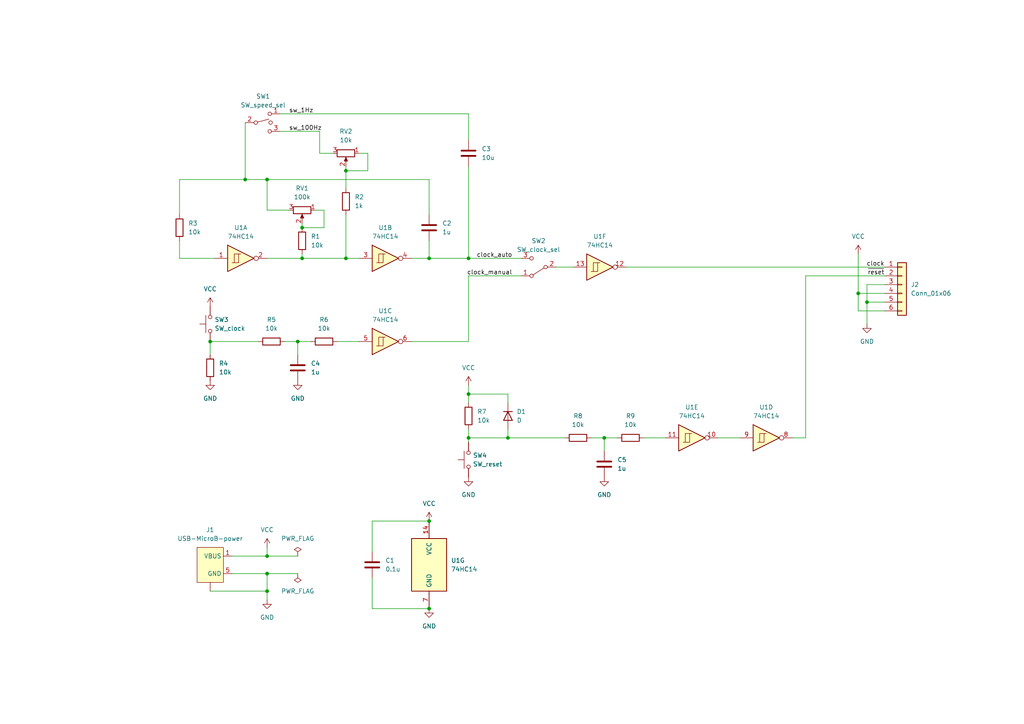
<source format=kicad_sch>
(kicad_sch (version 20211123) (generator eeschema)

  (uuid 66a3c8b9-9274-4771-83a8-72bbe20282aa)

  (paper "A4")

  (lib_symbols
    (symbol "74xx:74HC14" (pin_names (offset 1.016)) (in_bom yes) (on_board yes)
      (property "Reference" "U" (id 0) (at 0 1.27 0)
        (effects (font (size 1.27 1.27)))
      )
      (property "Value" "74HC14" (id 1) (at 0 -1.27 0)
        (effects (font (size 1.27 1.27)))
      )
      (property "Footprint" "" (id 2) (at 0 0 0)
        (effects (font (size 1.27 1.27)) hide)
      )
      (property "Datasheet" "http://www.ti.com/lit/gpn/sn74HC14" (id 3) (at 0 0 0)
        (effects (font (size 1.27 1.27)) hide)
      )
      (property "ki_locked" "" (id 4) (at 0 0 0)
        (effects (font (size 1.27 1.27)))
      )
      (property "ki_keywords" "HCMOS not inverter" (id 5) (at 0 0 0)
        (effects (font (size 1.27 1.27)) hide)
      )
      (property "ki_description" "Hex inverter schmitt trigger" (id 6) (at 0 0 0)
        (effects (font (size 1.27 1.27)) hide)
      )
      (property "ki_fp_filters" "DIP*W7.62mm*" (id 7) (at 0 0 0)
        (effects (font (size 1.27 1.27)) hide)
      )
      (symbol "74HC14_1_0"
        (polyline
          (pts
            (xy -3.81 3.81)
            (xy -3.81 -3.81)
            (xy 3.81 0)
            (xy -3.81 3.81)
          )
          (stroke (width 0.254) (type default) (color 0 0 0 0))
          (fill (type background))
        )
        (pin input line (at -7.62 0 0) (length 3.81)
          (name "~" (effects (font (size 1.27 1.27))))
          (number "1" (effects (font (size 1.27 1.27))))
        )
        (pin output inverted (at 7.62 0 180) (length 3.81)
          (name "~" (effects (font (size 1.27 1.27))))
          (number "2" (effects (font (size 1.27 1.27))))
        )
      )
      (symbol "74HC14_1_1"
        (polyline
          (pts
            (xy -1.905 -1.27)
            (xy -1.905 1.27)
            (xy -0.635 1.27)
          )
          (stroke (width 0) (type default) (color 0 0 0 0))
          (fill (type none))
        )
        (polyline
          (pts
            (xy -2.54 -1.27)
            (xy -0.635 -1.27)
            (xy -0.635 1.27)
            (xy 0 1.27)
          )
          (stroke (width 0) (type default) (color 0 0 0 0))
          (fill (type none))
        )
      )
      (symbol "74HC14_2_0"
        (polyline
          (pts
            (xy -3.81 3.81)
            (xy -3.81 -3.81)
            (xy 3.81 0)
            (xy -3.81 3.81)
          )
          (stroke (width 0.254) (type default) (color 0 0 0 0))
          (fill (type background))
        )
        (pin input line (at -7.62 0 0) (length 3.81)
          (name "~" (effects (font (size 1.27 1.27))))
          (number "3" (effects (font (size 1.27 1.27))))
        )
        (pin output inverted (at 7.62 0 180) (length 3.81)
          (name "~" (effects (font (size 1.27 1.27))))
          (number "4" (effects (font (size 1.27 1.27))))
        )
      )
      (symbol "74HC14_2_1"
        (polyline
          (pts
            (xy -1.905 -1.27)
            (xy -1.905 1.27)
            (xy -0.635 1.27)
          )
          (stroke (width 0) (type default) (color 0 0 0 0))
          (fill (type none))
        )
        (polyline
          (pts
            (xy -2.54 -1.27)
            (xy -0.635 -1.27)
            (xy -0.635 1.27)
            (xy 0 1.27)
          )
          (stroke (width 0) (type default) (color 0 0 0 0))
          (fill (type none))
        )
      )
      (symbol "74HC14_3_0"
        (polyline
          (pts
            (xy -3.81 3.81)
            (xy -3.81 -3.81)
            (xy 3.81 0)
            (xy -3.81 3.81)
          )
          (stroke (width 0.254) (type default) (color 0 0 0 0))
          (fill (type background))
        )
        (pin input line (at -7.62 0 0) (length 3.81)
          (name "~" (effects (font (size 1.27 1.27))))
          (number "5" (effects (font (size 1.27 1.27))))
        )
        (pin output inverted (at 7.62 0 180) (length 3.81)
          (name "~" (effects (font (size 1.27 1.27))))
          (number "6" (effects (font (size 1.27 1.27))))
        )
      )
      (symbol "74HC14_3_1"
        (polyline
          (pts
            (xy -1.905 -1.27)
            (xy -1.905 1.27)
            (xy -0.635 1.27)
          )
          (stroke (width 0) (type default) (color 0 0 0 0))
          (fill (type none))
        )
        (polyline
          (pts
            (xy -2.54 -1.27)
            (xy -0.635 -1.27)
            (xy -0.635 1.27)
            (xy 0 1.27)
          )
          (stroke (width 0) (type default) (color 0 0 0 0))
          (fill (type none))
        )
      )
      (symbol "74HC14_4_0"
        (polyline
          (pts
            (xy -3.81 3.81)
            (xy -3.81 -3.81)
            (xy 3.81 0)
            (xy -3.81 3.81)
          )
          (stroke (width 0.254) (type default) (color 0 0 0 0))
          (fill (type background))
        )
        (pin output inverted (at 7.62 0 180) (length 3.81)
          (name "~" (effects (font (size 1.27 1.27))))
          (number "8" (effects (font (size 1.27 1.27))))
        )
        (pin input line (at -7.62 0 0) (length 3.81)
          (name "~" (effects (font (size 1.27 1.27))))
          (number "9" (effects (font (size 1.27 1.27))))
        )
      )
      (symbol "74HC14_4_1"
        (polyline
          (pts
            (xy -1.905 -1.27)
            (xy -1.905 1.27)
            (xy -0.635 1.27)
          )
          (stroke (width 0) (type default) (color 0 0 0 0))
          (fill (type none))
        )
        (polyline
          (pts
            (xy -2.54 -1.27)
            (xy -0.635 -1.27)
            (xy -0.635 1.27)
            (xy 0 1.27)
          )
          (stroke (width 0) (type default) (color 0 0 0 0))
          (fill (type none))
        )
      )
      (symbol "74HC14_5_0"
        (polyline
          (pts
            (xy -3.81 3.81)
            (xy -3.81 -3.81)
            (xy 3.81 0)
            (xy -3.81 3.81)
          )
          (stroke (width 0.254) (type default) (color 0 0 0 0))
          (fill (type background))
        )
        (pin output inverted (at 7.62 0 180) (length 3.81)
          (name "~" (effects (font (size 1.27 1.27))))
          (number "10" (effects (font (size 1.27 1.27))))
        )
        (pin input line (at -7.62 0 0) (length 3.81)
          (name "~" (effects (font (size 1.27 1.27))))
          (number "11" (effects (font (size 1.27 1.27))))
        )
      )
      (symbol "74HC14_5_1"
        (polyline
          (pts
            (xy -1.905 -1.27)
            (xy -1.905 1.27)
            (xy -0.635 1.27)
          )
          (stroke (width 0) (type default) (color 0 0 0 0))
          (fill (type none))
        )
        (polyline
          (pts
            (xy -2.54 -1.27)
            (xy -0.635 -1.27)
            (xy -0.635 1.27)
            (xy 0 1.27)
          )
          (stroke (width 0) (type default) (color 0 0 0 0))
          (fill (type none))
        )
      )
      (symbol "74HC14_6_0"
        (polyline
          (pts
            (xy -3.81 3.81)
            (xy -3.81 -3.81)
            (xy 3.81 0)
            (xy -3.81 3.81)
          )
          (stroke (width 0.254) (type default) (color 0 0 0 0))
          (fill (type background))
        )
        (pin output inverted (at 7.62 0 180) (length 3.81)
          (name "~" (effects (font (size 1.27 1.27))))
          (number "12" (effects (font (size 1.27 1.27))))
        )
        (pin input line (at -7.62 0 0) (length 3.81)
          (name "~" (effects (font (size 1.27 1.27))))
          (number "13" (effects (font (size 1.27 1.27))))
        )
      )
      (symbol "74HC14_6_1"
        (polyline
          (pts
            (xy -1.905 -1.27)
            (xy -1.905 1.27)
            (xy -0.635 1.27)
          )
          (stroke (width 0) (type default) (color 0 0 0 0))
          (fill (type none))
        )
        (polyline
          (pts
            (xy -2.54 -1.27)
            (xy -0.635 -1.27)
            (xy -0.635 1.27)
            (xy 0 1.27)
          )
          (stroke (width 0) (type default) (color 0 0 0 0))
          (fill (type none))
        )
      )
      (symbol "74HC14_7_0"
        (pin power_in line (at 0 12.7 270) (length 5.08)
          (name "VCC" (effects (font (size 1.27 1.27))))
          (number "14" (effects (font (size 1.27 1.27))))
        )
        (pin power_in line (at 0 -12.7 90) (length 5.08)
          (name "GND" (effects (font (size 1.27 1.27))))
          (number "7" (effects (font (size 1.27 1.27))))
        )
      )
      (symbol "74HC14_7_1"
        (rectangle (start -5.08 7.62) (end 5.08 -7.62)
          (stroke (width 0.254) (type default) (color 0 0 0 0))
          (fill (type background))
        )
      )
    )
    (symbol "Connector_Generic:Conn_01x06" (pin_names (offset 1.016) hide) (in_bom yes) (on_board yes)
      (property "Reference" "J" (id 0) (at 0 7.62 0)
        (effects (font (size 1.27 1.27)))
      )
      (property "Value" "Conn_01x06" (id 1) (at 0 -10.16 0)
        (effects (font (size 1.27 1.27)))
      )
      (property "Footprint" "" (id 2) (at 0 0 0)
        (effects (font (size 1.27 1.27)) hide)
      )
      (property "Datasheet" "~" (id 3) (at 0 0 0)
        (effects (font (size 1.27 1.27)) hide)
      )
      (property "ki_keywords" "connector" (id 4) (at 0 0 0)
        (effects (font (size 1.27 1.27)) hide)
      )
      (property "ki_description" "Generic connector, single row, 01x06, script generated (kicad-library-utils/schlib/autogen/connector/)" (id 5) (at 0 0 0)
        (effects (font (size 1.27 1.27)) hide)
      )
      (property "ki_fp_filters" "Connector*:*_1x??_*" (id 6) (at 0 0 0)
        (effects (font (size 1.27 1.27)) hide)
      )
      (symbol "Conn_01x06_1_1"
        (rectangle (start -1.27 -7.493) (end 0 -7.747)
          (stroke (width 0.1524) (type default) (color 0 0 0 0))
          (fill (type none))
        )
        (rectangle (start -1.27 -4.953) (end 0 -5.207)
          (stroke (width 0.1524) (type default) (color 0 0 0 0))
          (fill (type none))
        )
        (rectangle (start -1.27 -2.413) (end 0 -2.667)
          (stroke (width 0.1524) (type default) (color 0 0 0 0))
          (fill (type none))
        )
        (rectangle (start -1.27 0.127) (end 0 -0.127)
          (stroke (width 0.1524) (type default) (color 0 0 0 0))
          (fill (type none))
        )
        (rectangle (start -1.27 2.667) (end 0 2.413)
          (stroke (width 0.1524) (type default) (color 0 0 0 0))
          (fill (type none))
        )
        (rectangle (start -1.27 5.207) (end 0 4.953)
          (stroke (width 0.1524) (type default) (color 0 0 0 0))
          (fill (type none))
        )
        (rectangle (start -1.27 6.35) (end 1.27 -8.89)
          (stroke (width 0.254) (type default) (color 0 0 0 0))
          (fill (type background))
        )
        (pin passive line (at -5.08 5.08 0) (length 3.81)
          (name "Pin_1" (effects (font (size 1.27 1.27))))
          (number "1" (effects (font (size 1.27 1.27))))
        )
        (pin passive line (at -5.08 2.54 0) (length 3.81)
          (name "Pin_2" (effects (font (size 1.27 1.27))))
          (number "2" (effects (font (size 1.27 1.27))))
        )
        (pin passive line (at -5.08 0 0) (length 3.81)
          (name "Pin_3" (effects (font (size 1.27 1.27))))
          (number "3" (effects (font (size 1.27 1.27))))
        )
        (pin passive line (at -5.08 -2.54 0) (length 3.81)
          (name "Pin_4" (effects (font (size 1.27 1.27))))
          (number "4" (effects (font (size 1.27 1.27))))
        )
        (pin passive line (at -5.08 -5.08 0) (length 3.81)
          (name "Pin_5" (effects (font (size 1.27 1.27))))
          (number "5" (effects (font (size 1.27 1.27))))
        )
        (pin passive line (at -5.08 -7.62 0) (length 3.81)
          (name "Pin_6" (effects (font (size 1.27 1.27))))
          (number "6" (effects (font (size 1.27 1.27))))
        )
      )
    )
    (symbol "Device:C" (pin_numbers hide) (pin_names (offset 0.254)) (in_bom yes) (on_board yes)
      (property "Reference" "C" (id 0) (at 0.635 2.54 0)
        (effects (font (size 1.27 1.27)) (justify left))
      )
      (property "Value" "C" (id 1) (at 0.635 -2.54 0)
        (effects (font (size 1.27 1.27)) (justify left))
      )
      (property "Footprint" "" (id 2) (at 0.9652 -3.81 0)
        (effects (font (size 1.27 1.27)) hide)
      )
      (property "Datasheet" "~" (id 3) (at 0 0 0)
        (effects (font (size 1.27 1.27)) hide)
      )
      (property "ki_keywords" "cap capacitor" (id 4) (at 0 0 0)
        (effects (font (size 1.27 1.27)) hide)
      )
      (property "ki_description" "Unpolarized capacitor" (id 5) (at 0 0 0)
        (effects (font (size 1.27 1.27)) hide)
      )
      (property "ki_fp_filters" "C_*" (id 6) (at 0 0 0)
        (effects (font (size 1.27 1.27)) hide)
      )
      (symbol "C_0_1"
        (polyline
          (pts
            (xy -2.032 -0.762)
            (xy 2.032 -0.762)
          )
          (stroke (width 0.508) (type default) (color 0 0 0 0))
          (fill (type none))
        )
        (polyline
          (pts
            (xy -2.032 0.762)
            (xy 2.032 0.762)
          )
          (stroke (width 0.508) (type default) (color 0 0 0 0))
          (fill (type none))
        )
      )
      (symbol "C_1_1"
        (pin passive line (at 0 3.81 270) (length 2.794)
          (name "~" (effects (font (size 1.27 1.27))))
          (number "1" (effects (font (size 1.27 1.27))))
        )
        (pin passive line (at 0 -3.81 90) (length 2.794)
          (name "~" (effects (font (size 1.27 1.27))))
          (number "2" (effects (font (size 1.27 1.27))))
        )
      )
    )
    (symbol "Device:D" (pin_numbers hide) (pin_names (offset 1.016) hide) (in_bom yes) (on_board yes)
      (property "Reference" "D" (id 0) (at 0 2.54 0)
        (effects (font (size 1.27 1.27)))
      )
      (property "Value" "D" (id 1) (at 0 -2.54 0)
        (effects (font (size 1.27 1.27)))
      )
      (property "Footprint" "" (id 2) (at 0 0 0)
        (effects (font (size 1.27 1.27)) hide)
      )
      (property "Datasheet" "~" (id 3) (at 0 0 0)
        (effects (font (size 1.27 1.27)) hide)
      )
      (property "ki_keywords" "diode" (id 4) (at 0 0 0)
        (effects (font (size 1.27 1.27)) hide)
      )
      (property "ki_description" "Diode" (id 5) (at 0 0 0)
        (effects (font (size 1.27 1.27)) hide)
      )
      (property "ki_fp_filters" "TO-???* *_Diode_* *SingleDiode* D_*" (id 6) (at 0 0 0)
        (effects (font (size 1.27 1.27)) hide)
      )
      (symbol "D_0_1"
        (polyline
          (pts
            (xy -1.27 1.27)
            (xy -1.27 -1.27)
          )
          (stroke (width 0.254) (type default) (color 0 0 0 0))
          (fill (type none))
        )
        (polyline
          (pts
            (xy 1.27 0)
            (xy -1.27 0)
          )
          (stroke (width 0) (type default) (color 0 0 0 0))
          (fill (type none))
        )
        (polyline
          (pts
            (xy 1.27 1.27)
            (xy 1.27 -1.27)
            (xy -1.27 0)
            (xy 1.27 1.27)
          )
          (stroke (width 0.254) (type default) (color 0 0 0 0))
          (fill (type none))
        )
      )
      (symbol "D_1_1"
        (pin passive line (at -3.81 0 0) (length 2.54)
          (name "K" (effects (font (size 1.27 1.27))))
          (number "1" (effects (font (size 1.27 1.27))))
        )
        (pin passive line (at 3.81 0 180) (length 2.54)
          (name "A" (effects (font (size 1.27 1.27))))
          (number "2" (effects (font (size 1.27 1.27))))
        )
      )
    )
    (symbol "Device:R" (pin_numbers hide) (pin_names (offset 0)) (in_bom yes) (on_board yes)
      (property "Reference" "R" (id 0) (at 2.032 0 90)
        (effects (font (size 1.27 1.27)))
      )
      (property "Value" "R" (id 1) (at 0 0 90)
        (effects (font (size 1.27 1.27)))
      )
      (property "Footprint" "" (id 2) (at -1.778 0 90)
        (effects (font (size 1.27 1.27)) hide)
      )
      (property "Datasheet" "~" (id 3) (at 0 0 0)
        (effects (font (size 1.27 1.27)) hide)
      )
      (property "ki_keywords" "R res resistor" (id 4) (at 0 0 0)
        (effects (font (size 1.27 1.27)) hide)
      )
      (property "ki_description" "Resistor" (id 5) (at 0 0 0)
        (effects (font (size 1.27 1.27)) hide)
      )
      (property "ki_fp_filters" "R_*" (id 6) (at 0 0 0)
        (effects (font (size 1.27 1.27)) hide)
      )
      (symbol "R_0_1"
        (rectangle (start -1.016 -2.54) (end 1.016 2.54)
          (stroke (width 0.254) (type default) (color 0 0 0 0))
          (fill (type none))
        )
      )
      (symbol "R_1_1"
        (pin passive line (at 0 3.81 270) (length 1.27)
          (name "~" (effects (font (size 1.27 1.27))))
          (number "1" (effects (font (size 1.27 1.27))))
        )
        (pin passive line (at 0 -3.81 90) (length 1.27)
          (name "~" (effects (font (size 1.27 1.27))))
          (number "2" (effects (font (size 1.27 1.27))))
        )
      )
    )
    (symbol "Device:R_Potentiometer" (pin_names (offset 1.016) hide) (in_bom yes) (on_board yes)
      (property "Reference" "RV" (id 0) (at -4.445 0 90)
        (effects (font (size 1.27 1.27)))
      )
      (property "Value" "R_Potentiometer" (id 1) (at -2.54 0 90)
        (effects (font (size 1.27 1.27)))
      )
      (property "Footprint" "" (id 2) (at 0 0 0)
        (effects (font (size 1.27 1.27)) hide)
      )
      (property "Datasheet" "~" (id 3) (at 0 0 0)
        (effects (font (size 1.27 1.27)) hide)
      )
      (property "ki_keywords" "resistor variable" (id 4) (at 0 0 0)
        (effects (font (size 1.27 1.27)) hide)
      )
      (property "ki_description" "Potentiometer" (id 5) (at 0 0 0)
        (effects (font (size 1.27 1.27)) hide)
      )
      (property "ki_fp_filters" "Potentiometer*" (id 6) (at 0 0 0)
        (effects (font (size 1.27 1.27)) hide)
      )
      (symbol "R_Potentiometer_0_1"
        (polyline
          (pts
            (xy 2.54 0)
            (xy 1.524 0)
          )
          (stroke (width 0) (type default) (color 0 0 0 0))
          (fill (type none))
        )
        (polyline
          (pts
            (xy 1.143 0)
            (xy 2.286 0.508)
            (xy 2.286 -0.508)
            (xy 1.143 0)
          )
          (stroke (width 0) (type default) (color 0 0 0 0))
          (fill (type outline))
        )
        (rectangle (start 1.016 2.54) (end -1.016 -2.54)
          (stroke (width 0.254) (type default) (color 0 0 0 0))
          (fill (type none))
        )
      )
      (symbol "R_Potentiometer_1_1"
        (pin passive line (at 0 3.81 270) (length 1.27)
          (name "1" (effects (font (size 1.27 1.27))))
          (number "1" (effects (font (size 1.27 1.27))))
        )
        (pin passive line (at 3.81 0 180) (length 1.27)
          (name "2" (effects (font (size 1.27 1.27))))
          (number "2" (effects (font (size 1.27 1.27))))
        )
        (pin passive line (at 0 -3.81 90) (length 1.27)
          (name "3" (effects (font (size 1.27 1.27))))
          (number "3" (effects (font (size 1.27 1.27))))
        )
      )
    )
    (symbol "MyLibrary:USB-MicroB-power" (in_bom yes) (on_board yes)
      (property "Reference" "J" (id 0) (at 0 8.89 0)
        (effects (font (size 1.27 1.27)))
      )
      (property "Value" "USB-MicroB-power" (id 1) (at 0 6.35 0)
        (effects (font (size 1.27 1.27)))
      )
      (property "Footprint" "" (id 2) (at 0 0 0)
        (effects (font (size 1.27 1.27)) hide)
      )
      (property "Datasheet" "" (id 3) (at 0 0 0)
        (effects (font (size 1.27 1.27)) hide)
      )
      (symbol "USB-MicroB-power_0_1"
        (rectangle (start -3.81 5.08) (end 3.81 -5.08)
          (stroke (width 0) (type default) (color 0 0 0 0))
          (fill (type background))
        )
      )
      (symbol "USB-MicroB-power_1_1"
        (pin passive line (at 6.35 2.54 180) (length 2.54)
          (name "VBUS" (effects (font (size 1.27 1.27))))
          (number "1" (effects (font (size 1.27 1.27))))
        )
        (pin passive line (at 6.35 -2.54 180) (length 2.54)
          (name "GND" (effects (font (size 1.27 1.27))))
          (number "5" (effects (font (size 1.27 1.27))))
        )
        (pin passive line (at 0 -7.62 90) (length 2.54)
          (name "SHIELD" (effects (font (size 0 0))))
          (number "6" (effects (font (size 0 0))))
        )
      )
    )
    (symbol "Switch:SW_Push" (pin_numbers hide) (pin_names (offset 1.016) hide) (in_bom yes) (on_board yes)
      (property "Reference" "SW" (id 0) (at 1.27 2.54 0)
        (effects (font (size 1.27 1.27)) (justify left))
      )
      (property "Value" "SW_Push" (id 1) (at 0 -1.524 0)
        (effects (font (size 1.27 1.27)))
      )
      (property "Footprint" "" (id 2) (at 0 5.08 0)
        (effects (font (size 1.27 1.27)) hide)
      )
      (property "Datasheet" "~" (id 3) (at 0 5.08 0)
        (effects (font (size 1.27 1.27)) hide)
      )
      (property "ki_keywords" "switch normally-open pushbutton push-button" (id 4) (at 0 0 0)
        (effects (font (size 1.27 1.27)) hide)
      )
      (property "ki_description" "Push button switch, generic, two pins" (id 5) (at 0 0 0)
        (effects (font (size 1.27 1.27)) hide)
      )
      (symbol "SW_Push_0_1"
        (circle (center -2.032 0) (radius 0.508)
          (stroke (width 0) (type default) (color 0 0 0 0))
          (fill (type none))
        )
        (polyline
          (pts
            (xy 0 1.27)
            (xy 0 3.048)
          )
          (stroke (width 0) (type default) (color 0 0 0 0))
          (fill (type none))
        )
        (polyline
          (pts
            (xy 2.54 1.27)
            (xy -2.54 1.27)
          )
          (stroke (width 0) (type default) (color 0 0 0 0))
          (fill (type none))
        )
        (circle (center 2.032 0) (radius 0.508)
          (stroke (width 0) (type default) (color 0 0 0 0))
          (fill (type none))
        )
        (pin passive line (at -5.08 0 0) (length 2.54)
          (name "1" (effects (font (size 1.27 1.27))))
          (number "1" (effects (font (size 1.27 1.27))))
        )
        (pin passive line (at 5.08 0 180) (length 2.54)
          (name "2" (effects (font (size 1.27 1.27))))
          (number "2" (effects (font (size 1.27 1.27))))
        )
      )
    )
    (symbol "Switch:SW_SPDT" (pin_names (offset 0) hide) (in_bom yes) (on_board yes)
      (property "Reference" "SW" (id 0) (at 0 4.318 0)
        (effects (font (size 1.27 1.27)))
      )
      (property "Value" "SW_SPDT" (id 1) (at 0 -5.08 0)
        (effects (font (size 1.27 1.27)))
      )
      (property "Footprint" "" (id 2) (at 0 0 0)
        (effects (font (size 1.27 1.27)) hide)
      )
      (property "Datasheet" "~" (id 3) (at 0 0 0)
        (effects (font (size 1.27 1.27)) hide)
      )
      (property "ki_keywords" "switch single-pole double-throw spdt ON-ON" (id 4) (at 0 0 0)
        (effects (font (size 1.27 1.27)) hide)
      )
      (property "ki_description" "Switch, single pole double throw" (id 5) (at 0 0 0)
        (effects (font (size 1.27 1.27)) hide)
      )
      (symbol "SW_SPDT_0_0"
        (circle (center -2.032 0) (radius 0.508)
          (stroke (width 0) (type default) (color 0 0 0 0))
          (fill (type none))
        )
        (circle (center 2.032 -2.54) (radius 0.508)
          (stroke (width 0) (type default) (color 0 0 0 0))
          (fill (type none))
        )
      )
      (symbol "SW_SPDT_0_1"
        (polyline
          (pts
            (xy -1.524 0.254)
            (xy 1.651 2.286)
          )
          (stroke (width 0) (type default) (color 0 0 0 0))
          (fill (type none))
        )
        (circle (center 2.032 2.54) (radius 0.508)
          (stroke (width 0) (type default) (color 0 0 0 0))
          (fill (type none))
        )
      )
      (symbol "SW_SPDT_1_1"
        (pin passive line (at 5.08 2.54 180) (length 2.54)
          (name "A" (effects (font (size 1.27 1.27))))
          (number "1" (effects (font (size 1.27 1.27))))
        )
        (pin passive line (at -5.08 0 0) (length 2.54)
          (name "B" (effects (font (size 1.27 1.27))))
          (number "2" (effects (font (size 1.27 1.27))))
        )
        (pin passive line (at 5.08 -2.54 180) (length 2.54)
          (name "C" (effects (font (size 1.27 1.27))))
          (number "3" (effects (font (size 1.27 1.27))))
        )
      )
    )
    (symbol "Switch:SW_SPDT_MSM" (pin_names (offset 0) hide) (in_bom yes) (on_board yes)
      (property "Reference" "SW" (id 0) (at 0 5.08 0)
        (effects (font (size 1.27 1.27)))
      )
      (property "Value" "SW_SPDT_MSM" (id 1) (at 0 -5.08 0)
        (effects (font (size 1.27 1.27)))
      )
      (property "Footprint" "" (id 2) (at 0 0 0)
        (effects (font (size 1.27 1.27)) hide)
      )
      (property "Datasheet" "~" (id 3) (at 0 0 0)
        (effects (font (size 1.27 1.27)) hide)
      )
      (property "ki_keywords" "switch spdt single-pole double-throw ON-OFF-ON" (id 4) (at 0 0 0)
        (effects (font (size 1.27 1.27)) hide)
      )
      (property "ki_description" "Switch, single pole double throw, center OFF position" (id 5) (at 0 0 0)
        (effects (font (size 1.27 1.27)) hide)
      )
      (symbol "SW_SPDT_MSM_0_0"
        (circle (center -2.032 0) (radius 0.508)
          (stroke (width 0) (type default) (color 0 0 0 0))
          (fill (type none))
        )
        (polyline
          (pts
            (xy -1.524 0.127)
            (xy 1.778 1.016)
          )
          (stroke (width 0) (type default) (color 0 0 0 0))
          (fill (type none))
        )
        (circle (center 2.032 -2.54) (radius 0.508)
          (stroke (width 0) (type default) (color 0 0 0 0))
          (fill (type none))
        )
      )
      (symbol "SW_SPDT_MSM_0_1"
        (circle (center 2.032 2.54) (radius 0.508)
          (stroke (width 0) (type default) (color 0 0 0 0))
          (fill (type none))
        )
        (circle (center 2.286 0) (radius 0.508)
          (stroke (width 0) (type default) (color 0 0 0 0))
          (fill (type none))
        )
      )
      (symbol "SW_SPDT_MSM_1_1"
        (pin passive line (at 5.08 2.54 180) (length 2.54)
          (name "1" (effects (font (size 1.27 1.27))))
          (number "1" (effects (font (size 1.27 1.27))))
        )
        (pin passive line (at -5.08 0 0) (length 2.54)
          (name "2" (effects (font (size 1.27 1.27))))
          (number "2" (effects (font (size 1.27 1.27))))
        )
        (pin passive line (at 5.08 -2.54 180) (length 2.54)
          (name "3" (effects (font (size 1.27 1.27))))
          (number "3" (effects (font (size 1.27 1.27))))
        )
      )
    )
    (symbol "power:GND" (power) (pin_names (offset 0)) (in_bom yes) (on_board yes)
      (property "Reference" "#PWR" (id 0) (at 0 -6.35 0)
        (effects (font (size 1.27 1.27)) hide)
      )
      (property "Value" "GND" (id 1) (at 0 -3.81 0)
        (effects (font (size 1.27 1.27)))
      )
      (property "Footprint" "" (id 2) (at 0 0 0)
        (effects (font (size 1.27 1.27)) hide)
      )
      (property "Datasheet" "" (id 3) (at 0 0 0)
        (effects (font (size 1.27 1.27)) hide)
      )
      (property "ki_keywords" "power-flag" (id 4) (at 0 0 0)
        (effects (font (size 1.27 1.27)) hide)
      )
      (property "ki_description" "Power symbol creates a global label with name \"GND\" , ground" (id 5) (at 0 0 0)
        (effects (font (size 1.27 1.27)) hide)
      )
      (symbol "GND_0_1"
        (polyline
          (pts
            (xy 0 0)
            (xy 0 -1.27)
            (xy 1.27 -1.27)
            (xy 0 -2.54)
            (xy -1.27 -1.27)
            (xy 0 -1.27)
          )
          (stroke (width 0) (type default) (color 0 0 0 0))
          (fill (type none))
        )
      )
      (symbol "GND_1_1"
        (pin power_in line (at 0 0 270) (length 0) hide
          (name "GND" (effects (font (size 1.27 1.27))))
          (number "1" (effects (font (size 1.27 1.27))))
        )
      )
    )
    (symbol "power:PWR_FLAG" (power) (pin_numbers hide) (pin_names (offset 0) hide) (in_bom yes) (on_board yes)
      (property "Reference" "#FLG" (id 0) (at 0 1.905 0)
        (effects (font (size 1.27 1.27)) hide)
      )
      (property "Value" "PWR_FLAG" (id 1) (at 0 3.81 0)
        (effects (font (size 1.27 1.27)))
      )
      (property "Footprint" "" (id 2) (at 0 0 0)
        (effects (font (size 1.27 1.27)) hide)
      )
      (property "Datasheet" "~" (id 3) (at 0 0 0)
        (effects (font (size 1.27 1.27)) hide)
      )
      (property "ki_keywords" "power-flag" (id 4) (at 0 0 0)
        (effects (font (size 1.27 1.27)) hide)
      )
      (property "ki_description" "Special symbol for telling ERC where power comes from" (id 5) (at 0 0 0)
        (effects (font (size 1.27 1.27)) hide)
      )
      (symbol "PWR_FLAG_0_0"
        (pin power_out line (at 0 0 90) (length 0)
          (name "pwr" (effects (font (size 1.27 1.27))))
          (number "1" (effects (font (size 1.27 1.27))))
        )
      )
      (symbol "PWR_FLAG_0_1"
        (polyline
          (pts
            (xy 0 0)
            (xy 0 1.27)
            (xy -1.016 1.905)
            (xy 0 2.54)
            (xy 1.016 1.905)
            (xy 0 1.27)
          )
          (stroke (width 0) (type default) (color 0 0 0 0))
          (fill (type none))
        )
      )
    )
    (symbol "power:VCC" (power) (pin_names (offset 0)) (in_bom yes) (on_board yes)
      (property "Reference" "#PWR" (id 0) (at 0 -3.81 0)
        (effects (font (size 1.27 1.27)) hide)
      )
      (property "Value" "VCC" (id 1) (at 0 3.81 0)
        (effects (font (size 1.27 1.27)))
      )
      (property "Footprint" "" (id 2) (at 0 0 0)
        (effects (font (size 1.27 1.27)) hide)
      )
      (property "Datasheet" "" (id 3) (at 0 0 0)
        (effects (font (size 1.27 1.27)) hide)
      )
      (property "ki_keywords" "power-flag" (id 4) (at 0 0 0)
        (effects (font (size 1.27 1.27)) hide)
      )
      (property "ki_description" "Power symbol creates a global label with name \"VCC\"" (id 5) (at 0 0 0)
        (effects (font (size 1.27 1.27)) hide)
      )
      (symbol "VCC_0_1"
        (polyline
          (pts
            (xy -0.762 1.27)
            (xy 0 2.54)
          )
          (stroke (width 0) (type default) (color 0 0 0 0))
          (fill (type none))
        )
        (polyline
          (pts
            (xy 0 0)
            (xy 0 2.54)
          )
          (stroke (width 0) (type default) (color 0 0 0 0))
          (fill (type none))
        )
        (polyline
          (pts
            (xy 0 2.54)
            (xy 0.762 1.27)
          )
          (stroke (width 0) (type default) (color 0 0 0 0))
          (fill (type none))
        )
      )
      (symbol "VCC_1_1"
        (pin power_in line (at 0 0 90) (length 0) hide
          (name "VCC" (effects (font (size 1.27 1.27))))
          (number "1" (effects (font (size 1.27 1.27))))
        )
      )
    )
  )

  (junction (at 175.26 127) (diameter 0) (color 0 0 0 0)
    (uuid 07c006a0-41fb-4833-84d6-0bce5a4c1f05)
  )
  (junction (at 251.46 87.63) (diameter 0) (color 0 0 0 0)
    (uuid 221a77e4-72ba-4852-85fe-27673f6bf813)
  )
  (junction (at 100.33 49.53) (diameter 0) (color 0 0 0 0)
    (uuid 2dbf59fc-c1d8-44e6-943a-bafa4360af95)
  )
  (junction (at 71.12 52.07) (diameter 0) (color 0 0 0 0)
    (uuid 3a536ef2-1104-4f34-b878-8f419296e242)
  )
  (junction (at 124.46 176.53) (diameter 0) (color 0 0 0 0)
    (uuid 3ccbfb9b-3f1d-46f1-9ba8-c0bfe5bc7bab)
  )
  (junction (at 87.63 66.04) (diameter 0) (color 0 0 0 0)
    (uuid 40ca1de0-3ad0-4617-b5aa-3ac75c8149bf)
  )
  (junction (at 124.46 151.13) (diameter 0) (color 0 0 0 0)
    (uuid 7b64cfe5-3557-4bfe-8514-de57aa784542)
  )
  (junction (at 77.47 161.29) (diameter 0) (color 0 0 0 0)
    (uuid 88c366cc-f529-42cb-bd04-cab4d5a10e0b)
  )
  (junction (at 135.89 74.93) (diameter 0) (color 0 0 0 0)
    (uuid 9583c7bb-f3ce-4962-b274-d241330b4933)
  )
  (junction (at 147.32 127) (diameter 0) (color 0 0 0 0)
    (uuid 985945db-394e-47a6-84a1-19c03d724c01)
  )
  (junction (at 135.89 127) (diameter 0) (color 0 0 0 0)
    (uuid a4cb0689-f6d7-4d49-8c73-6a7c5dec5ff3)
  )
  (junction (at 135.89 114.3) (diameter 0) (color 0 0 0 0)
    (uuid b0a6b426-c2b6-4797-b41b-3ff0d6100c5e)
  )
  (junction (at 77.47 171.45) (diameter 0) (color 0 0 0 0)
    (uuid b1eb3fd7-656c-4c55-a432-9d1e2e59a919)
  )
  (junction (at 86.36 99.06) (diameter 0) (color 0 0 0 0)
    (uuid b22880eb-b8b0-4051-86ce-b3b8352fc81f)
  )
  (junction (at 100.33 74.93) (diameter 0) (color 0 0 0 0)
    (uuid bb337eb8-3a16-416f-9f52-f4775c601734)
  )
  (junction (at 124.46 74.93) (diameter 0) (color 0 0 0 0)
    (uuid bbe59453-b67c-4d4c-8482-74f4547a414b)
  )
  (junction (at 87.63 74.93) (diameter 0) (color 0 0 0 0)
    (uuid c04973a5-b774-44ff-8ee6-fae43e4b4d0e)
  )
  (junction (at 77.47 166.37) (diameter 0) (color 0 0 0 0)
    (uuid c2b1d1cb-0df9-4298-ade4-b9e3c393b6e6)
  )
  (junction (at 248.92 85.09) (diameter 0) (color 0 0 0 0)
    (uuid c8ed5f83-891e-42a6-be3e-0b42594fa4bb)
  )
  (junction (at 77.47 52.07) (diameter 0) (color 0 0 0 0)
    (uuid cc20f8c5-275d-4112-9df8-9ddc0068f1c7)
  )
  (junction (at 60.96 99.06) (diameter 0) (color 0 0 0 0)
    (uuid fbf8282e-a417-4136-913e-b62ab9c3bead)
  )

  (wire (pts (xy 83.82 60.96) (xy 77.47 60.96))
    (stroke (width 0) (type default) (color 0 0 0 0))
    (uuid 03b80a74-1d22-46d4-adef-052bead84ab4)
  )
  (wire (pts (xy 100.33 49.53) (xy 106.68 49.53))
    (stroke (width 0) (type default) (color 0 0 0 0))
    (uuid 03fe5ba8-3d38-4ed3-a6f2-72d60ed61891)
  )
  (wire (pts (xy 135.89 33.02) (xy 135.89 40.64))
    (stroke (width 0) (type default) (color 0 0 0 0))
    (uuid 05991113-aec0-497e-ae08-aa4033a204cf)
  )
  (wire (pts (xy 71.12 52.07) (xy 77.47 52.07))
    (stroke (width 0) (type default) (color 0 0 0 0))
    (uuid 05df103a-f39d-4178-b536-ac66a58cf533)
  )
  (wire (pts (xy 161.29 77.47) (xy 166.37 77.47))
    (stroke (width 0) (type default) (color 0 0 0 0))
    (uuid 0d9f07f0-2e24-438e-ba49-6feb500a0ae7)
  )
  (wire (pts (xy 171.45 127) (xy 175.26 127))
    (stroke (width 0) (type default) (color 0 0 0 0))
    (uuid 0ddff6f0-e2ac-4c40-8373-779ee0c663e7)
  )
  (wire (pts (xy 251.46 87.63) (xy 251.46 93.98))
    (stroke (width 0) (type default) (color 0 0 0 0))
    (uuid 11b54315-a402-47a9-a89a-33b0af031064)
  )
  (wire (pts (xy 175.26 127) (xy 175.26 130.81))
    (stroke (width 0) (type default) (color 0 0 0 0))
    (uuid 19e551c1-dc37-4581-9337-26367fbeaba3)
  )
  (wire (pts (xy 52.07 52.07) (xy 52.07 62.23))
    (stroke (width 0) (type default) (color 0 0 0 0))
    (uuid 1b567308-d317-405c-a9cb-aaad26397749)
  )
  (wire (pts (xy 77.47 166.37) (xy 86.36 166.37))
    (stroke (width 0) (type default) (color 0 0 0 0))
    (uuid 261b5550-5736-4479-b7e1-b531651b606d)
  )
  (wire (pts (xy 181.61 77.47) (xy 256.54 77.47))
    (stroke (width 0) (type default) (color 0 0 0 0))
    (uuid 26c41db1-b397-476a-bcdc-3f5dfa0110d2)
  )
  (wire (pts (xy 135.89 74.93) (xy 124.46 74.93))
    (stroke (width 0) (type default) (color 0 0 0 0))
    (uuid 2b9610c6-c76a-4275-aaaa-a66fb4c2afc5)
  )
  (wire (pts (xy 93.98 60.96) (xy 91.44 60.96))
    (stroke (width 0) (type default) (color 0 0 0 0))
    (uuid 2dc93775-692d-428a-b653-99ca9a618141)
  )
  (wire (pts (xy 60.96 99.06) (xy 60.96 102.87))
    (stroke (width 0) (type default) (color 0 0 0 0))
    (uuid 330c54f8-c14a-4425-b32a-abefc825cf04)
  )
  (wire (pts (xy 62.23 74.93) (xy 52.07 74.93))
    (stroke (width 0) (type default) (color 0 0 0 0))
    (uuid 362f18a4-6e61-4c8e-8cc0-5679e38736dd)
  )
  (wire (pts (xy 107.95 151.13) (xy 107.95 160.02))
    (stroke (width 0) (type default) (color 0 0 0 0))
    (uuid 393b939e-360f-470c-bebf-9d130fbc3f7e)
  )
  (wire (pts (xy 251.46 87.63) (xy 256.54 87.63))
    (stroke (width 0) (type default) (color 0 0 0 0))
    (uuid 3d144b70-c926-4969-a8b6-0ef7a422449a)
  )
  (wire (pts (xy 256.54 82.55) (xy 251.46 82.55))
    (stroke (width 0) (type default) (color 0 0 0 0))
    (uuid 3e404668-46bd-4a22-9f46-5beb1d346924)
  )
  (wire (pts (xy 77.47 161.29) (xy 77.47 158.75))
    (stroke (width 0) (type default) (color 0 0 0 0))
    (uuid 486b653d-c924-4c62-9c04-65c36077463f)
  )
  (wire (pts (xy 124.46 74.93) (xy 124.46 69.85))
    (stroke (width 0) (type default) (color 0 0 0 0))
    (uuid 4d931d59-51e0-43ba-8294-f536a54b2b23)
  )
  (wire (pts (xy 87.63 74.93) (xy 100.33 74.93))
    (stroke (width 0) (type default) (color 0 0 0 0))
    (uuid 4f1e0bcc-bbd5-40e6-abcd-eea48716c260)
  )
  (wire (pts (xy 100.33 74.93) (xy 104.14 74.93))
    (stroke (width 0) (type default) (color 0 0 0 0))
    (uuid 4f98b267-a459-431a-a9bc-c9222d4b67f2)
  )
  (wire (pts (xy 135.89 99.06) (xy 119.38 99.06))
    (stroke (width 0) (type default) (color 0 0 0 0))
    (uuid 5413cfb2-f01c-497a-8227-7c9b29df3e1a)
  )
  (wire (pts (xy 135.89 48.26) (xy 135.89 74.93))
    (stroke (width 0) (type default) (color 0 0 0 0))
    (uuid 55c7bcbc-b5da-41f1-a4bf-2a41d08d2deb)
  )
  (wire (pts (xy 106.68 44.45) (xy 104.14 44.45))
    (stroke (width 0) (type default) (color 0 0 0 0))
    (uuid 55ed6417-cfa8-4f58-b14c-7c9361625600)
  )
  (wire (pts (xy 248.92 73.66) (xy 248.92 85.09))
    (stroke (width 0) (type default) (color 0 0 0 0))
    (uuid 5fc37837-0cba-4916-a574-119219ba2fdc)
  )
  (wire (pts (xy 124.46 52.07) (xy 124.46 62.23))
    (stroke (width 0) (type default) (color 0 0 0 0))
    (uuid 62b2fa1b-ac95-4bcc-94c3-570e58e84c8f)
  )
  (wire (pts (xy 87.63 73.66) (xy 87.63 74.93))
    (stroke (width 0) (type default) (color 0 0 0 0))
    (uuid 632f58a3-c56d-4e6f-b23e-d37021a036a4)
  )
  (wire (pts (xy 251.46 82.55) (xy 251.46 87.63))
    (stroke (width 0) (type default) (color 0 0 0 0))
    (uuid 6c16481a-ae4e-4630-955a-5cfb2583ab4d)
  )
  (wire (pts (xy 71.12 35.56) (xy 71.12 52.07))
    (stroke (width 0) (type default) (color 0 0 0 0))
    (uuid 72b633da-56a7-416c-a460-004231baf127)
  )
  (wire (pts (xy 77.47 173.99) (xy 77.47 171.45))
    (stroke (width 0) (type default) (color 0 0 0 0))
    (uuid 745bd4cd-b017-4d2d-ae23-8c51be0e2a96)
  )
  (wire (pts (xy 175.26 127) (xy 179.07 127))
    (stroke (width 0) (type default) (color 0 0 0 0))
    (uuid 7503f7d4-07c1-4e49-8d4e-2e78647927a8)
  )
  (wire (pts (xy 67.31 161.29) (xy 77.47 161.29))
    (stroke (width 0) (type default) (color 0 0 0 0))
    (uuid 75f179b5-31f9-420e-83dc-22373ab988fb)
  )
  (wire (pts (xy 233.68 80.01) (xy 256.54 80.01))
    (stroke (width 0) (type default) (color 0 0 0 0))
    (uuid 76daf449-76c7-4693-98cd-87c919f5d590)
  )
  (wire (pts (xy 186.69 127) (xy 193.04 127))
    (stroke (width 0) (type default) (color 0 0 0 0))
    (uuid 780990d7-3afd-453e-beb6-fa99dd4589a7)
  )
  (wire (pts (xy 67.31 166.37) (xy 77.47 166.37))
    (stroke (width 0) (type default) (color 0 0 0 0))
    (uuid 788b55b8-0ae7-404f-b945-4d06835e9414)
  )
  (wire (pts (xy 60.96 171.45) (xy 77.47 171.45))
    (stroke (width 0) (type default) (color 0 0 0 0))
    (uuid 7a1025bb-6c98-40cb-bcc3-682daa276d5a)
  )
  (wire (pts (xy 86.36 99.06) (xy 90.17 99.06))
    (stroke (width 0) (type default) (color 0 0 0 0))
    (uuid 7b92c7ca-f0f6-41d7-a38a-0de2376726c5)
  )
  (wire (pts (xy 92.71 44.45) (xy 96.52 44.45))
    (stroke (width 0) (type default) (color 0 0 0 0))
    (uuid 7e3d7c94-ac30-4b08-876b-8cb02ff13be5)
  )
  (wire (pts (xy 214.63 127) (xy 208.28 127))
    (stroke (width 0) (type default) (color 0 0 0 0))
    (uuid 81dd028e-4fff-48b1-9542-578e2b5d2de7)
  )
  (wire (pts (xy 135.89 114.3) (xy 135.89 116.84))
    (stroke (width 0) (type default) (color 0 0 0 0))
    (uuid 84f4f71f-a13a-40e8-90e9-a9b73a62f39f)
  )
  (wire (pts (xy 248.92 85.09) (xy 248.92 90.17))
    (stroke (width 0) (type default) (color 0 0 0 0))
    (uuid 873c5b32-7ece-4e5d-a77b-5282ca566acc)
  )
  (wire (pts (xy 97.79 99.06) (xy 104.14 99.06))
    (stroke (width 0) (type default) (color 0 0 0 0))
    (uuid 88c29dfa-9d0e-491d-a127-1f3055889dbd)
  )
  (wire (pts (xy 106.68 44.45) (xy 106.68 49.53))
    (stroke (width 0) (type default) (color 0 0 0 0))
    (uuid 8925f2ce-bb63-4866-a517-21af1b3d7fb0)
  )
  (wire (pts (xy 124.46 151.13) (xy 107.95 151.13))
    (stroke (width 0) (type default) (color 0 0 0 0))
    (uuid 8d039244-fc8b-49cf-9368-aabfe0a5645f)
  )
  (wire (pts (xy 93.98 60.96) (xy 93.98 66.04))
    (stroke (width 0) (type default) (color 0 0 0 0))
    (uuid 902ac06a-0945-4f35-acdd-dbbd7475437d)
  )
  (wire (pts (xy 77.47 74.93) (xy 87.63 74.93))
    (stroke (width 0) (type default) (color 0 0 0 0))
    (uuid 983dcc6e-2693-4aba-933a-223a55fee00a)
  )
  (wire (pts (xy 100.33 62.23) (xy 100.33 74.93))
    (stroke (width 0) (type default) (color 0 0 0 0))
    (uuid 9873f90c-b01c-47ec-81ea-bb563f2b67dc)
  )
  (wire (pts (xy 52.07 52.07) (xy 71.12 52.07))
    (stroke (width 0) (type default) (color 0 0 0 0))
    (uuid 9bd1c8bd-90e2-4540-ab0b-4b02b5c635f8)
  )
  (wire (pts (xy 248.92 90.17) (xy 256.54 90.17))
    (stroke (width 0) (type default) (color 0 0 0 0))
    (uuid 9d955ac1-65d8-4680-8bb1-6e9181a9787b)
  )
  (wire (pts (xy 81.28 33.02) (xy 135.89 33.02))
    (stroke (width 0) (type default) (color 0 0 0 0))
    (uuid 9fe413ef-065c-4c2a-8dfb-587dd2de8867)
  )
  (wire (pts (xy 52.07 74.93) (xy 52.07 69.85))
    (stroke (width 0) (type default) (color 0 0 0 0))
    (uuid a0b3a911-8bde-448f-8055-716ac71176f1)
  )
  (wire (pts (xy 147.32 127) (xy 163.83 127))
    (stroke (width 0) (type default) (color 0 0 0 0))
    (uuid a1a399cf-0a8b-400f-b61a-69200243deae)
  )
  (wire (pts (xy 124.46 176.53) (xy 107.95 176.53))
    (stroke (width 0) (type default) (color 0 0 0 0))
    (uuid a2342b03-535f-40db-8dc6-0ed197d285c0)
  )
  (wire (pts (xy 147.32 116.84) (xy 147.32 114.3))
    (stroke (width 0) (type default) (color 0 0 0 0))
    (uuid aa74ce63-c172-46f0-990f-28feb08f97ec)
  )
  (wire (pts (xy 151.13 80.01) (xy 135.89 80.01))
    (stroke (width 0) (type default) (color 0 0 0 0))
    (uuid aa76dff8-db34-41fa-9282-5a6d871ed5e3)
  )
  (wire (pts (xy 77.47 166.37) (xy 77.47 171.45))
    (stroke (width 0) (type default) (color 0 0 0 0))
    (uuid af7ce581-549a-48a6-8c33-9a04bf77fef0)
  )
  (wire (pts (xy 248.92 85.09) (xy 256.54 85.09))
    (stroke (width 0) (type default) (color 0 0 0 0))
    (uuid b19979ce-dde8-476b-8908-382a38a0ed49)
  )
  (wire (pts (xy 86.36 99.06) (xy 86.36 102.87))
    (stroke (width 0) (type default) (color 0 0 0 0))
    (uuid b1c6c8f8-c0f1-48b7-aea9-dabcd6a59be7)
  )
  (wire (pts (xy 229.87 127) (xy 233.68 127))
    (stroke (width 0) (type default) (color 0 0 0 0))
    (uuid b76d9cca-bd8e-4bc3-9f51-2311baa324ad)
  )
  (wire (pts (xy 60.96 99.06) (xy 74.93 99.06))
    (stroke (width 0) (type default) (color 0 0 0 0))
    (uuid b79e0b57-0120-4eae-b042-3b4d4628d7c6)
  )
  (wire (pts (xy 82.55 99.06) (xy 86.36 99.06))
    (stroke (width 0) (type default) (color 0 0 0 0))
    (uuid b976e37d-736b-4782-a68e-aa1eead0e62f)
  )
  (wire (pts (xy 92.71 38.1) (xy 92.71 44.45))
    (stroke (width 0) (type default) (color 0 0 0 0))
    (uuid b9e522c9-ed00-4a06-99c7-d49f8083d9c5)
  )
  (wire (pts (xy 77.47 60.96) (xy 77.47 52.07))
    (stroke (width 0) (type default) (color 0 0 0 0))
    (uuid bb96fe01-16cf-4604-b45f-8da1a8c1d484)
  )
  (wire (pts (xy 135.89 111.76) (xy 135.89 114.3))
    (stroke (width 0) (type default) (color 0 0 0 0))
    (uuid bccd1479-6ded-47f9-972f-399a076d2d9c)
  )
  (wire (pts (xy 100.33 49.53) (xy 100.33 54.61))
    (stroke (width 0) (type default) (color 0 0 0 0))
    (uuid bd5d9520-c59c-4972-b8d5-c93f1996b6ae)
  )
  (wire (pts (xy 77.47 161.29) (xy 86.36 161.29))
    (stroke (width 0) (type default) (color 0 0 0 0))
    (uuid c0817474-a3b1-42d9-96b8-7bdd686c5b70)
  )
  (wire (pts (xy 135.89 127) (xy 147.32 127))
    (stroke (width 0) (type default) (color 0 0 0 0))
    (uuid c52b45cb-8579-4804-97db-f9854a35c036)
  )
  (wire (pts (xy 135.89 127) (xy 135.89 128.27))
    (stroke (width 0) (type default) (color 0 0 0 0))
    (uuid c8e35697-da8f-4925-9aff-5df3dea0e3c3)
  )
  (wire (pts (xy 119.38 74.93) (xy 124.46 74.93))
    (stroke (width 0) (type default) (color 0 0 0 0))
    (uuid cc6b54b7-9bd8-4dac-b85f-02d0fcf41b01)
  )
  (wire (pts (xy 93.98 66.04) (xy 87.63 66.04))
    (stroke (width 0) (type default) (color 0 0 0 0))
    (uuid d0850e3a-bbe5-48b9-9b67-cbbd48d2c6c1)
  )
  (wire (pts (xy 135.89 74.93) (xy 151.13 74.93))
    (stroke (width 0) (type default) (color 0 0 0 0))
    (uuid d52aca5e-0984-4c42-b24f-b8b920ad9d3d)
  )
  (wire (pts (xy 147.32 124.46) (xy 147.32 127))
    (stroke (width 0) (type default) (color 0 0 0 0))
    (uuid db7ba4cd-b02d-4d10-b70f-4e60a584ac8a)
  )
  (wire (pts (xy 100.33 48.26) (xy 100.33 49.53))
    (stroke (width 0) (type default) (color 0 0 0 0))
    (uuid e007b48b-69dc-452f-8082-150628facafb)
  )
  (wire (pts (xy 81.28 38.1) (xy 92.71 38.1))
    (stroke (width 0) (type default) (color 0 0 0 0))
    (uuid e0bb22cf-f8f9-4155-8ce5-52d3f50e0f9e)
  )
  (wire (pts (xy 233.68 127) (xy 233.68 80.01))
    (stroke (width 0) (type default) (color 0 0 0 0))
    (uuid e215ed9c-c370-410c-b2bc-9cb2d759ccc2)
  )
  (wire (pts (xy 135.89 80.01) (xy 135.89 99.06))
    (stroke (width 0) (type default) (color 0 0 0 0))
    (uuid e5d5701e-9019-4e70-8347-3b99493f8c16)
  )
  (wire (pts (xy 147.32 114.3) (xy 135.89 114.3))
    (stroke (width 0) (type default) (color 0 0 0 0))
    (uuid e85ececf-6ee0-46ad-8c4c-bdbcf363eb52)
  )
  (wire (pts (xy 87.63 64.77) (xy 87.63 66.04))
    (stroke (width 0) (type default) (color 0 0 0 0))
    (uuid eaf84a41-908b-402e-b161-9ee180cc94dc)
  )
  (wire (pts (xy 107.95 176.53) (xy 107.95 167.64))
    (stroke (width 0) (type default) (color 0 0 0 0))
    (uuid ebe021fe-d3ea-45c5-9b2c-c37e79cc590a)
  )
  (wire (pts (xy 77.47 52.07) (xy 124.46 52.07))
    (stroke (width 0) (type default) (color 0 0 0 0))
    (uuid ef5b24ec-7f03-43ce-a51c-5ef4540d5513)
  )
  (wire (pts (xy 135.89 124.46) (xy 135.89 127))
    (stroke (width 0) (type default) (color 0 0 0 0))
    (uuid fba9e46c-ae0a-4b46-8711-54b952dcc54a)
  )

  (label "sw_100Hz" (at 83.82 38.1 0)
    (effects (font (size 1.27 1.27)) (justify left bottom))
    (uuid 0261dfa0-6280-4494-bfdb-ccb18107daac)
  )
  (label "clock_manual" (at 148.59 80.01 180)
    (effects (font (size 1.27 1.27)) (justify right bottom))
    (uuid 18984e59-733e-40c5-8ebc-e7f905cf8c3e)
  )
  (label "~{reset}" (at 256.54 80.01 180)
    (effects (font (size 1.27 1.27)) (justify right bottom))
    (uuid 5bf04a25-c48c-49ee-806d-2e85e534774e)
  )
  (label "clock_auto" (at 148.59 74.93 180)
    (effects (font (size 1.27 1.27)) (justify right bottom))
    (uuid 964f8c18-c97a-4eda-ab3e-889cb97ab99b)
  )
  (label "clock" (at 256.54 77.47 180)
    (effects (font (size 1.27 1.27)) (justify right bottom))
    (uuid 9747f670-ec9c-4a24-98a5-a5a25596490c)
  )
  (label "sw_1Hz" (at 83.82 33.02 0)
    (effects (font (size 1.27 1.27)) (justify left bottom))
    (uuid dfd8d98e-0598-409a-9215-64b713cf920b)
  )

  (symbol (lib_id "Device:C") (at 124.46 66.04 0) (unit 1)
    (in_bom yes) (on_board yes) (fields_autoplaced)
    (uuid 07836ad3-494f-494e-beb8-5cf2bee88906)
    (property "Reference" "C2" (id 0) (at 128.27 64.7699 0)
      (effects (font (size 1.27 1.27)) (justify left))
    )
    (property "Value" "1u" (id 1) (at 128.27 67.3099 0)
      (effects (font (size 1.27 1.27)) (justify left))
    )
    (property "Footprint" "Capacitor_THT:C_Disc_D5.1mm_W3.2mm_P5.00mm" (id 2) (at 125.4252 69.85 0)
      (effects (font (size 1.27 1.27)) hide)
    )
    (property "Datasheet" "~" (id 3) (at 124.46 66.04 0)
      (effects (font (size 1.27 1.27)) hide)
    )
    (pin "1" (uuid f64f41f7-7545-4feb-ba13-b6bec8ad3a0a))
    (pin "2" (uuid d7509f11-7743-4fd8-a9b9-eaeb208daef1))
  )

  (symbol (lib_id "Device:C") (at 135.89 44.45 0) (unit 1)
    (in_bom yes) (on_board yes) (fields_autoplaced)
    (uuid 07d9d636-1314-4cf8-ad58-c1433669597c)
    (property "Reference" "C3" (id 0) (at 139.7 43.1799 0)
      (effects (font (size 1.27 1.27)) (justify left))
    )
    (property "Value" "10u" (id 1) (at 139.7 45.7199 0)
      (effects (font (size 1.27 1.27)) (justify left))
    )
    (property "Footprint" "Capacitor_THT:C_Disc_D6.0mm_W4.4mm_P5.00mm" (id 2) (at 136.8552 48.26 0)
      (effects (font (size 1.27 1.27)) hide)
    )
    (property "Datasheet" "~" (id 3) (at 135.89 44.45 0)
      (effects (font (size 1.27 1.27)) hide)
    )
    (pin "1" (uuid de9a2596-d79b-4d53-ac8a-0e93204ea4f0))
    (pin "2" (uuid 00669461-97b3-4aa8-9a1b-d3cd018855de))
  )

  (symbol (lib_id "Connector_Generic:Conn_01x06") (at 261.62 82.55 0) (unit 1)
    (in_bom yes) (on_board yes) (fields_autoplaced)
    (uuid 0cc1dd25-c3b2-4026-8982-3a67e96e6900)
    (property "Reference" "J2" (id 0) (at 264.16 82.5499 0)
      (effects (font (size 1.27 1.27)) (justify left))
    )
    (property "Value" "Conn_01x06" (id 1) (at 264.16 85.0899 0)
      (effects (font (size 1.27 1.27)) (justify left))
    )
    (property "Footprint" "Connector_PinHeader_2.54mm:PinHeader_1x06_P2.54mm_Vertical" (id 2) (at 261.62 82.55 0)
      (effects (font (size 1.27 1.27)) hide)
    )
    (property "Datasheet" "~" (id 3) (at 261.62 82.55 0)
      (effects (font (size 1.27 1.27)) hide)
    )
    (pin "1" (uuid 38cf0e5c-82be-4d97-a195-83fcd1e13bec))
    (pin "2" (uuid 330c132d-fd38-4e7c-a1f0-a63834dddaba))
    (pin "3" (uuid 893805bf-9edf-4279-9f6d-65bdb4b46ff3))
    (pin "4" (uuid 74c00f96-0b6b-4f79-b93f-4cfde58b0b8d))
    (pin "5" (uuid 62391205-fd90-4614-8e34-f29be3cce472))
    (pin "6" (uuid 6922d157-d502-41bf-a3c3-47204e22a654))
  )

  (symbol (lib_id "Device:C") (at 107.95 163.83 0) (unit 1)
    (in_bom yes) (on_board yes) (fields_autoplaced)
    (uuid 0d75285c-4f3d-42b8-a149-495375eee8e9)
    (property "Reference" "C1" (id 0) (at 111.76 162.5599 0)
      (effects (font (size 1.27 1.27)) (justify left))
    )
    (property "Value" "0.1u" (id 1) (at 111.76 165.0999 0)
      (effects (font (size 1.27 1.27)) (justify left))
    )
    (property "Footprint" "Capacitor_THT:C_Disc_D5.1mm_W3.2mm_P5.00mm" (id 2) (at 108.9152 167.64 0)
      (effects (font (size 1.27 1.27)) hide)
    )
    (property "Datasheet" "~" (id 3) (at 107.95 163.83 0)
      (effects (font (size 1.27 1.27)) hide)
    )
    (pin "1" (uuid 153b0527-8b7f-4ee0-8ffa-b58c9769dfda))
    (pin "2" (uuid b6d01779-1369-41de-8ac1-053e9bf17dd4))
  )

  (symbol (lib_id "74xx:74HC14") (at 111.76 99.06 0) (unit 3)
    (in_bom yes) (on_board yes) (fields_autoplaced)
    (uuid 1d0ee019-2f1d-44c6-b647-fce7a9ce780d)
    (property "Reference" "U1" (id 0) (at 111.76 90.17 0))
    (property "Value" "74HC14" (id 1) (at 111.76 92.71 0))
    (property "Footprint" "ModifiedKiCadLibrary:DIP-14_W7.62mm_D1mm" (id 2) (at 111.76 99.06 0)
      (effects (font (size 1.27 1.27)) hide)
    )
    (property "Datasheet" "http://www.ti.com/lit/gpn/sn74HC14" (id 3) (at 111.76 99.06 0)
      (effects (font (size 1.27 1.27)) hide)
    )
    (pin "5" (uuid c8988dae-a418-4512-8d11-d33bc6fadb9a))
    (pin "6" (uuid 002891c1-cd3e-4162-917b-eedc7a7f98e6))
  )

  (symbol (lib_id "Device:R") (at 78.74 99.06 90) (unit 1)
    (in_bom yes) (on_board yes) (fields_autoplaced)
    (uuid 209e8009-b321-4c68-86fc-4e0b7ae5a457)
    (property "Reference" "R5" (id 0) (at 78.74 92.71 90))
    (property "Value" "10k" (id 1) (at 78.74 95.25 90))
    (property "Footprint" "Resistor_THT:R_Axial_DIN0207_L6.3mm_D2.5mm_P10.16mm_Horizontal" (id 2) (at 78.74 100.838 90)
      (effects (font (size 1.27 1.27)) hide)
    )
    (property "Datasheet" "~" (id 3) (at 78.74 99.06 0)
      (effects (font (size 1.27 1.27)) hide)
    )
    (pin "1" (uuid 14e7dec9-8621-464d-8852-372ee6c3632e))
    (pin "2" (uuid f2632d56-81e6-4045-ac8d-a3a81e357c4f))
  )

  (symbol (lib_id "Switch:SW_Push") (at 135.89 133.35 90) (unit 1)
    (in_bom yes) (on_board yes) (fields_autoplaced)
    (uuid 253bb241-464b-4114-8894-5352c7f5d446)
    (property "Reference" "SW4" (id 0) (at 137.16 132.0799 90)
      (effects (font (size 1.27 1.27)) (justify right))
    )
    (property "Value" "SW_reset" (id 1) (at 137.16 134.6199 90)
      (effects (font (size 1.27 1.27)) (justify right))
    )
    (property "Footprint" "Button_Switch_THT:SW_PUSH_6mm_H5mm" (id 2) (at 130.81 133.35 0)
      (effects (font (size 1.27 1.27)) hide)
    )
    (property "Datasheet" "~" (id 3) (at 130.81 133.35 0)
      (effects (font (size 1.27 1.27)) hide)
    )
    (pin "1" (uuid 1f9f8b67-46da-406a-ace4-d6a83543aee7))
    (pin "2" (uuid adbc593e-d8c6-4b66-81bf-29ca8d645329))
  )

  (symbol (lib_id "power:VCC") (at 77.47 158.75 0) (unit 1)
    (in_bom yes) (on_board yes) (fields_autoplaced)
    (uuid 3f2c8b79-5567-4acb-896b-87714aee2270)
    (property "Reference" "#PWR0110" (id 0) (at 77.47 162.56 0)
      (effects (font (size 1.27 1.27)) hide)
    )
    (property "Value" "VCC" (id 1) (at 77.47 153.67 0))
    (property "Footprint" "" (id 2) (at 77.47 158.75 0)
      (effects (font (size 1.27 1.27)) hide)
    )
    (property "Datasheet" "" (id 3) (at 77.47 158.75 0)
      (effects (font (size 1.27 1.27)) hide)
    )
    (pin "1" (uuid c0ee93eb-ebb5-4b57-9e38-545f0bc698f6))
  )

  (symbol (lib_id "power:VCC") (at 135.89 111.76 0) (unit 1)
    (in_bom yes) (on_board yes) (fields_autoplaced)
    (uuid 4c14d978-4689-4843-b4dd-be7aff260f0c)
    (property "Reference" "#PWR0112" (id 0) (at 135.89 115.57 0)
      (effects (font (size 1.27 1.27)) hide)
    )
    (property "Value" "VCC" (id 1) (at 135.89 106.68 0))
    (property "Footprint" "" (id 2) (at 135.89 111.76 0)
      (effects (font (size 1.27 1.27)) hide)
    )
    (property "Datasheet" "" (id 3) (at 135.89 111.76 0)
      (effects (font (size 1.27 1.27)) hide)
    )
    (pin "1" (uuid 610639eb-bc99-4ce1-bf10-dd3cb05661d1))
  )

  (symbol (lib_id "power:GND") (at 135.89 138.43 0) (unit 1)
    (in_bom yes) (on_board yes) (fields_autoplaced)
    (uuid 50cec1f1-8430-4ffb-92a4-beee012aaae1)
    (property "Reference" "#PWR0108" (id 0) (at 135.89 144.78 0)
      (effects (font (size 1.27 1.27)) hide)
    )
    (property "Value" "GND" (id 1) (at 135.89 143.51 0))
    (property "Footprint" "" (id 2) (at 135.89 138.43 0)
      (effects (font (size 1.27 1.27)) hide)
    )
    (property "Datasheet" "" (id 3) (at 135.89 138.43 0)
      (effects (font (size 1.27 1.27)) hide)
    )
    (pin "1" (uuid 6f221ebf-9f03-4a8c-9072-4f453c62a785))
  )

  (symbol (lib_id "Switch:SW_SPDT_MSM") (at 76.2 35.56 0) (unit 1)
    (in_bom yes) (on_board yes) (fields_autoplaced)
    (uuid 5f8eab89-7177-4721-9b83-b4d91b8a0975)
    (property "Reference" "SW1" (id 0) (at 76.327 27.94 0))
    (property "Value" "SW_speed_sel" (id 1) (at 76.327 30.48 0))
    (property "Footprint" "MyLibrary:2MS1-T1-B4-M2-Q-E" (id 2) (at 76.2 35.56 0)
      (effects (font (size 1.27 1.27)) hide)
    )
    (property "Datasheet" "~" (id 3) (at 76.2 35.56 0)
      (effects (font (size 1.27 1.27)) hide)
    )
    (pin "1" (uuid 63f68362-5de1-4c4b-87a6-fe55d8ccce59))
    (pin "2" (uuid 2dc0b721-31bd-4642-886c-11a7e1fa5443))
    (pin "3" (uuid b5cd0cb3-9261-47d6-8949-7326f65e1bc0))
  )

  (symbol (lib_id "power:GND") (at 251.46 93.98 0) (unit 1)
    (in_bom yes) (on_board yes) (fields_autoplaced)
    (uuid 5fc47817-3add-4ecb-9f15-0f4a5dfdbeec)
    (property "Reference" "#PWR0105" (id 0) (at 251.46 100.33 0)
      (effects (font (size 1.27 1.27)) hide)
    )
    (property "Value" "GND" (id 1) (at 251.46 99.06 0))
    (property "Footprint" "" (id 2) (at 251.46 93.98 0)
      (effects (font (size 1.27 1.27)) hide)
    )
    (property "Datasheet" "" (id 3) (at 251.46 93.98 0)
      (effects (font (size 1.27 1.27)) hide)
    )
    (pin "1" (uuid 6952f60c-d47b-4990-9951-4c20ab2bf03c))
  )

  (symbol (lib_id "Device:R") (at 100.33 58.42 180) (unit 1)
    (in_bom yes) (on_board yes) (fields_autoplaced)
    (uuid 64b59d63-7715-47b5-a421-b761d5b31f76)
    (property "Reference" "R2" (id 0) (at 102.87 57.1499 0)
      (effects (font (size 1.27 1.27)) (justify right))
    )
    (property "Value" "1k" (id 1) (at 102.87 59.6899 0)
      (effects (font (size 1.27 1.27)) (justify right))
    )
    (property "Footprint" "Resistor_THT:R_Axial_DIN0207_L6.3mm_D2.5mm_P10.16mm_Horizontal" (id 2) (at 102.108 58.42 90)
      (effects (font (size 1.27 1.27)) hide)
    )
    (property "Datasheet" "~" (id 3) (at 100.33 58.42 0)
      (effects (font (size 1.27 1.27)) hide)
    )
    (pin "1" (uuid 247260f5-ec7d-4f4f-a9db-2499d1a49d0d))
    (pin "2" (uuid aee9996e-64cc-4b0c-afa8-7cdbe8c26374))
  )

  (symbol (lib_id "power:GND") (at 175.26 138.43 0) (unit 1)
    (in_bom yes) (on_board yes) (fields_autoplaced)
    (uuid 66016970-f9f9-4b1d-83fd-1f65094a05d0)
    (property "Reference" "#PWR0106" (id 0) (at 175.26 144.78 0)
      (effects (font (size 1.27 1.27)) hide)
    )
    (property "Value" "GND" (id 1) (at 175.26 143.51 0))
    (property "Footprint" "" (id 2) (at 175.26 138.43 0)
      (effects (font (size 1.27 1.27)) hide)
    )
    (property "Datasheet" "" (id 3) (at 175.26 138.43 0)
      (effects (font (size 1.27 1.27)) hide)
    )
    (pin "1" (uuid 774e68e4-0fd6-4077-b384-1dcc1cbd3708))
  )

  (symbol (lib_id "MyLibrary:USB-MicroB-power") (at 60.96 163.83 0) (unit 1)
    (in_bom yes) (on_board yes) (fields_autoplaced)
    (uuid 6d9641de-419f-43d6-a23b-1379f4b7d57c)
    (property "Reference" "J1" (id 0) (at 60.96 153.67 0))
    (property "Value" "USB-MicroB-power" (id 1) (at 60.96 156.21 0))
    (property "Footprint" "MyLibrary:USB-MicroB-power" (id 2) (at 60.96 163.83 0)
      (effects (font (size 1.27 1.27)) hide)
    )
    (property "Datasheet" "" (id 3) (at 60.96 163.83 0)
      (effects (font (size 1.27 1.27)) hide)
    )
    (pin "1" (uuid a15aa8d0-54f7-4bf4-86a5-ae7ad83e104f))
    (pin "5" (uuid 3b753180-03d2-469c-a17b-6ea4a989bec2))
    (pin "6" (uuid 3660ed05-6729-4930-993c-bdb35dd446da))
  )

  (symbol (lib_id "74xx:74HC14") (at 173.99 77.47 0) (unit 6)
    (in_bom yes) (on_board yes) (fields_autoplaced)
    (uuid 73a80c33-2ebf-4cab-a4d4-9be92bf35e53)
    (property "Reference" "U1" (id 0) (at 173.99 68.58 0))
    (property "Value" "74HC14" (id 1) (at 173.99 71.12 0))
    (property "Footprint" "ModifiedKiCadLibrary:DIP-14_W7.62mm_D1mm" (id 2) (at 173.99 77.47 0)
      (effects (font (size 1.27 1.27)) hide)
    )
    (property "Datasheet" "http://www.ti.com/lit/gpn/sn74HC14" (id 3) (at 173.99 77.47 0)
      (effects (font (size 1.27 1.27)) hide)
    )
    (pin "12" (uuid ffcee40d-05b0-4f98-9e0e-33ede723c176))
    (pin "13" (uuid 77e6453f-d6ac-4b64-81e9-90e09ec7be16))
  )

  (symbol (lib_id "Device:D") (at 147.32 120.65 270) (unit 1)
    (in_bom yes) (on_board yes) (fields_autoplaced)
    (uuid 74efad9f-e838-4d8b-98ce-36ffd34ba3d5)
    (property "Reference" "D1" (id 0) (at 149.86 119.3799 90)
      (effects (font (size 1.27 1.27)) (justify left))
    )
    (property "Value" "D" (id 1) (at 149.86 121.9199 90)
      (effects (font (size 1.27 1.27)) (justify left))
    )
    (property "Footprint" "Diode_THT:D_A-405_P10.16mm_Horizontal" (id 2) (at 147.32 120.65 0)
      (effects (font (size 1.27 1.27)) hide)
    )
    (property "Datasheet" "~" (id 3) (at 147.32 120.65 0)
      (effects (font (size 1.27 1.27)) hide)
    )
    (pin "1" (uuid 8f8166c4-da69-4029-a787-fe77d530e960))
    (pin "2" (uuid ec8e7cf9-4cd1-405c-8fdd-38917a2b4c9d))
  )

  (symbol (lib_id "Device:C") (at 175.26 134.62 0) (unit 1)
    (in_bom yes) (on_board yes) (fields_autoplaced)
    (uuid 7921fafb-5d15-43d3-a08f-62887ee4116e)
    (property "Reference" "C5" (id 0) (at 179.07 133.3499 0)
      (effects (font (size 1.27 1.27)) (justify left))
    )
    (property "Value" "1u" (id 1) (at 179.07 135.8899 0)
      (effects (font (size 1.27 1.27)) (justify left))
    )
    (property "Footprint" "Capacitor_THT:C_Disc_D5.1mm_W3.2mm_P5.00mm" (id 2) (at 176.2252 138.43 0)
      (effects (font (size 1.27 1.27)) hide)
    )
    (property "Datasheet" "~" (id 3) (at 175.26 134.62 0)
      (effects (font (size 1.27 1.27)) hide)
    )
    (pin "1" (uuid adc271c3-d823-46d7-82b4-f22d0d4a79a8))
    (pin "2" (uuid 9464e819-e087-4323-a659-5c88c5bc1f66))
  )

  (symbol (lib_id "Device:R") (at 93.98 99.06 90) (unit 1)
    (in_bom yes) (on_board yes) (fields_autoplaced)
    (uuid 7ba10277-d4fb-46bf-b0a1-ebc5994ee50a)
    (property "Reference" "R6" (id 0) (at 93.98 92.71 90))
    (property "Value" "10k" (id 1) (at 93.98 95.25 90))
    (property "Footprint" "Resistor_THT:R_Axial_DIN0207_L6.3mm_D2.5mm_P10.16mm_Horizontal" (id 2) (at 93.98 100.838 90)
      (effects (font (size 1.27 1.27)) hide)
    )
    (property "Datasheet" "~" (id 3) (at 93.98 99.06 0)
      (effects (font (size 1.27 1.27)) hide)
    )
    (pin "1" (uuid fe931698-aaa4-4d68-a079-9199df9c0020))
    (pin "2" (uuid 04ac4c3a-d356-44de-a1bd-2c6cf03c1c95))
  )

  (symbol (lib_id "power:GND") (at 124.46 176.53 0) (unit 1)
    (in_bom yes) (on_board yes) (fields_autoplaced)
    (uuid 7e1043bc-fa19-4f62-990a-00e5bc65d423)
    (property "Reference" "#PWR0111" (id 0) (at 124.46 182.88 0)
      (effects (font (size 1.27 1.27)) hide)
    )
    (property "Value" "GND" (id 1) (at 124.46 181.61 0))
    (property "Footprint" "" (id 2) (at 124.46 176.53 0)
      (effects (font (size 1.27 1.27)) hide)
    )
    (property "Datasheet" "" (id 3) (at 124.46 176.53 0)
      (effects (font (size 1.27 1.27)) hide)
    )
    (pin "1" (uuid 29eb0776-152b-4cda-9c1e-7efdbab9f890))
  )

  (symbol (lib_id "Switch:SW_SPDT") (at 156.21 77.47 180) (unit 1)
    (in_bom yes) (on_board yes) (fields_autoplaced)
    (uuid 7f00e612-7a0a-488d-9147-d55d037d6f49)
    (property "Reference" "SW2" (id 0) (at 156.21 69.85 0))
    (property "Value" "SW_clock_sel" (id 1) (at 156.21 72.39 0))
    (property "Footprint" "MyLibrary:2MS1-T1-B4-M2-Q-E" (id 2) (at 156.21 77.47 0)
      (effects (font (size 1.27 1.27)) hide)
    )
    (property "Datasheet" "~" (id 3) (at 156.21 77.47 0)
      (effects (font (size 1.27 1.27)) hide)
    )
    (pin "1" (uuid de495c2f-145f-4e1b-82a9-31bf31b22f6f))
    (pin "2" (uuid ffa695be-1203-4b20-a054-18bb798fd620))
    (pin "3" (uuid f1c504b7-800c-46c0-b39c-e2c218ea3b8e))
  )

  (symbol (lib_id "74xx:74HC14") (at 111.76 74.93 0) (unit 2)
    (in_bom yes) (on_board yes) (fields_autoplaced)
    (uuid 850ed361-c70e-45d7-a723-c0b302efcd11)
    (property "Reference" "U1" (id 0) (at 111.76 66.04 0))
    (property "Value" "74HC14" (id 1) (at 111.76 68.58 0))
    (property "Footprint" "ModifiedKiCadLibrary:DIP-14_W7.62mm_D1mm" (id 2) (at 111.76 74.93 0)
      (effects (font (size 1.27 1.27)) hide)
    )
    (property "Datasheet" "http://www.ti.com/lit/gpn/sn74HC14" (id 3) (at 111.76 74.93 0)
      (effects (font (size 1.27 1.27)) hide)
    )
    (pin "3" (uuid 3c6c17ef-3b8b-40f9-8759-38017cbcb37d))
    (pin "4" (uuid 707950d0-f5ba-4704-aa5d-11d9fd18ce16))
  )

  (symbol (lib_id "74xx:74HC14") (at 69.85 74.93 0) (unit 1)
    (in_bom yes) (on_board yes) (fields_autoplaced)
    (uuid 89807417-2181-4298-bf31-0b745c308235)
    (property "Reference" "U1" (id 0) (at 69.85 66.04 0))
    (property "Value" "74HC14" (id 1) (at 69.85 68.58 0))
    (property "Footprint" "ModifiedKiCadLibrary:DIP-14_W7.62mm_D1mm" (id 2) (at 69.85 74.93 0)
      (effects (font (size 1.27 1.27)) hide)
    )
    (property "Datasheet" "http://www.ti.com/lit/gpn/sn74HC14" (id 3) (at 69.85 74.93 0)
      (effects (font (size 1.27 1.27)) hide)
    )
    (pin "1" (uuid 9275d7a1-b652-4fc5-83f0-5ad40848a77b))
    (pin "2" (uuid 8e10e791-90cc-46b8-a1d0-bf949398c7a9))
  )

  (symbol (lib_id "Device:R_Potentiometer") (at 87.63 60.96 270) (unit 1)
    (in_bom yes) (on_board yes) (fields_autoplaced)
    (uuid 97143c82-4796-480f-9e3b-2bae6c60ae25)
    (property "Reference" "RV1" (id 0) (at 87.63 54.61 90))
    (property "Value" "100k" (id 1) (at 87.63 57.15 90))
    (property "Footprint" "MyLibrary:GF063P" (id 2) (at 87.63 60.96 0)
      (effects (font (size 1.27 1.27)) hide)
    )
    (property "Datasheet" "~" (id 3) (at 87.63 60.96 0)
      (effects (font (size 1.27 1.27)) hide)
    )
    (pin "1" (uuid 1b83031a-1a9b-4ad7-aef1-44f32e7bbbef))
    (pin "2" (uuid 323259b8-363d-4f3f-a2ef-01899ca80ab0))
    (pin "3" (uuid 433fde44-349b-4e9a-bda2-04085147b6fa))
  )

  (symbol (lib_id "power:GND") (at 60.96 110.49 0) (unit 1)
    (in_bom yes) (on_board yes) (fields_autoplaced)
    (uuid 9ec431a3-2283-4777-8c77-b394ee1eb7b6)
    (property "Reference" "#PWR0102" (id 0) (at 60.96 116.84 0)
      (effects (font (size 1.27 1.27)) hide)
    )
    (property "Value" "GND" (id 1) (at 60.96 115.57 0))
    (property "Footprint" "" (id 2) (at 60.96 110.49 0)
      (effects (font (size 1.27 1.27)) hide)
    )
    (property "Datasheet" "" (id 3) (at 60.96 110.49 0)
      (effects (font (size 1.27 1.27)) hide)
    )
    (pin "1" (uuid 64817ed9-19d0-43f5-b120-401e0a176355))
  )

  (symbol (lib_id "Device:R") (at 52.07 66.04 180) (unit 1)
    (in_bom yes) (on_board yes) (fields_autoplaced)
    (uuid a6614c08-292d-4cde-8390-e2331eab45f8)
    (property "Reference" "R3" (id 0) (at 54.61 64.7699 0)
      (effects (font (size 1.27 1.27)) (justify right))
    )
    (property "Value" "10k" (id 1) (at 54.61 67.3099 0)
      (effects (font (size 1.27 1.27)) (justify right))
    )
    (property "Footprint" "Resistor_THT:R_Axial_DIN0207_L6.3mm_D2.5mm_P10.16mm_Horizontal" (id 2) (at 53.848 66.04 90)
      (effects (font (size 1.27 1.27)) hide)
    )
    (property "Datasheet" "~" (id 3) (at 52.07 66.04 0)
      (effects (font (size 1.27 1.27)) hide)
    )
    (pin "1" (uuid d46cc807-1a71-45e8-888e-4f8d8ee7a694))
    (pin "2" (uuid f38663bf-10dd-41b7-98e0-bbfcab26240b))
  )

  (symbol (lib_id "74xx:74HC14") (at 200.66 127 0) (unit 5)
    (in_bom yes) (on_board yes) (fields_autoplaced)
    (uuid a6887055-5fae-44cf-a176-e2779a1e90bc)
    (property "Reference" "U1" (id 0) (at 200.66 118.11 0))
    (property "Value" "74HC14" (id 1) (at 200.66 120.65 0))
    (property "Footprint" "ModifiedKiCadLibrary:DIP-14_W7.62mm_D1mm" (id 2) (at 200.66 127 0)
      (effects (font (size 1.27 1.27)) hide)
    )
    (property "Datasheet" "http://www.ti.com/lit/gpn/sn74HC14" (id 3) (at 200.66 127 0)
      (effects (font (size 1.27 1.27)) hide)
    )
    (pin "10" (uuid cd401383-3baa-4e81-a0fc-fb6da2f74e4e))
    (pin "11" (uuid ef158063-819c-4a2a-a7ef-42afdcabb95d))
  )

  (symbol (lib_id "Device:R") (at 167.64 127 90) (unit 1)
    (in_bom yes) (on_board yes) (fields_autoplaced)
    (uuid a8a0b11b-9d61-4662-b9c1-1d6ea3d1a52f)
    (property "Reference" "R8" (id 0) (at 167.64 120.65 90))
    (property "Value" "10k" (id 1) (at 167.64 123.19 90))
    (property "Footprint" "Resistor_THT:R_Axial_DIN0207_L6.3mm_D2.5mm_P10.16mm_Horizontal" (id 2) (at 167.64 128.778 90)
      (effects (font (size 1.27 1.27)) hide)
    )
    (property "Datasheet" "~" (id 3) (at 167.64 127 0)
      (effects (font (size 1.27 1.27)) hide)
    )
    (pin "1" (uuid fd6f82d1-9f19-46c3-9ee3-ad74b624546c))
    (pin "2" (uuid 314052b6-101c-47fb-ad06-58b41e8c3c39))
  )

  (symbol (lib_id "power:GND") (at 77.47 173.99 0) (unit 1)
    (in_bom yes) (on_board yes) (fields_autoplaced)
    (uuid a8e3d496-3645-4758-91d5-7524000d6aa9)
    (property "Reference" "#PWR0109" (id 0) (at 77.47 180.34 0)
      (effects (font (size 1.27 1.27)) hide)
    )
    (property "Value" "GND" (id 1) (at 77.47 179.07 0))
    (property "Footprint" "" (id 2) (at 77.47 173.99 0)
      (effects (font (size 1.27 1.27)) hide)
    )
    (property "Datasheet" "" (id 3) (at 77.47 173.99 0)
      (effects (font (size 1.27 1.27)) hide)
    )
    (pin "1" (uuid eac74865-2736-4eb4-920f-091e8d605aca))
  )

  (symbol (lib_id "power:PWR_FLAG") (at 86.36 166.37 0) (mirror x) (unit 1)
    (in_bom yes) (on_board yes) (fields_autoplaced)
    (uuid a908fa11-c699-491c-aab0-3f09705ac570)
    (property "Reference" "#FLG0102" (id 0) (at 86.36 168.275 0)
      (effects (font (size 1.27 1.27)) hide)
    )
    (property "Value" "PWR_FLAG" (id 1) (at 86.36 171.45 0))
    (property "Footprint" "" (id 2) (at 86.36 166.37 0)
      (effects (font (size 1.27 1.27)) hide)
    )
    (property "Datasheet" "~" (id 3) (at 86.36 166.37 0)
      (effects (font (size 1.27 1.27)) hide)
    )
    (pin "1" (uuid 9e527dd9-6d2e-4a8e-a288-65bb871d0b9c))
  )

  (symbol (lib_id "Switch:SW_Push") (at 60.96 93.98 90) (unit 1)
    (in_bom yes) (on_board yes) (fields_autoplaced)
    (uuid a90d24d5-72cf-41e4-85a0-4e79944b9b76)
    (property "Reference" "SW3" (id 0) (at 62.23 92.7099 90)
      (effects (font (size 1.27 1.27)) (justify right))
    )
    (property "Value" "SW_clock" (id 1) (at 62.23 95.2499 90)
      (effects (font (size 1.27 1.27)) (justify right))
    )
    (property "Footprint" "Button_Switch_THT:SW_PUSH_6mm_H5mm" (id 2) (at 55.88 93.98 0)
      (effects (font (size 1.27 1.27)) hide)
    )
    (property "Datasheet" "~" (id 3) (at 55.88 93.98 0)
      (effects (font (size 1.27 1.27)) hide)
    )
    (pin "1" (uuid 9f017348-08c2-4b48-8835-ec734b7b3ad3))
    (pin "2" (uuid 120eabaf-f24b-49ce-927b-2c952a320d8a))
  )

  (symbol (lib_id "power:GND") (at 86.36 110.49 0) (unit 1)
    (in_bom yes) (on_board yes) (fields_autoplaced)
    (uuid b3352d10-7b6b-4215-bdf0-e6f01139ec9d)
    (property "Reference" "#PWR0101" (id 0) (at 86.36 116.84 0)
      (effects (font (size 1.27 1.27)) hide)
    )
    (property "Value" "GND" (id 1) (at 86.36 115.57 0))
    (property "Footprint" "" (id 2) (at 86.36 110.49 0)
      (effects (font (size 1.27 1.27)) hide)
    )
    (property "Datasheet" "" (id 3) (at 86.36 110.49 0)
      (effects (font (size 1.27 1.27)) hide)
    )
    (pin "1" (uuid c3da7a09-aa0a-43b7-92ea-fbf546e5be34))
  )

  (symbol (lib_id "Device:C") (at 86.36 106.68 0) (unit 1)
    (in_bom yes) (on_board yes) (fields_autoplaced)
    (uuid b4f093b4-cd81-4a2c-914d-4d3db7dc91b2)
    (property "Reference" "C4" (id 0) (at 90.17 105.4099 0)
      (effects (font (size 1.27 1.27)) (justify left))
    )
    (property "Value" "1u" (id 1) (at 90.17 107.9499 0)
      (effects (font (size 1.27 1.27)) (justify left))
    )
    (property "Footprint" "Capacitor_THT:C_Disc_D5.1mm_W3.2mm_P5.00mm" (id 2) (at 87.3252 110.49 0)
      (effects (font (size 1.27 1.27)) hide)
    )
    (property "Datasheet" "~" (id 3) (at 86.36 106.68 0)
      (effects (font (size 1.27 1.27)) hide)
    )
    (pin "1" (uuid 2364badb-fb91-49dc-bd76-77b2228784c8))
    (pin "2" (uuid f45295a6-438f-469d-b9c5-4eeb80a65c2b))
  )

  (symbol (lib_id "power:VCC") (at 60.96 88.9 0) (unit 1)
    (in_bom yes) (on_board yes) (fields_autoplaced)
    (uuid b8fc78af-83b2-41a0-9711-8713e120493a)
    (property "Reference" "#PWR0103" (id 0) (at 60.96 92.71 0)
      (effects (font (size 1.27 1.27)) hide)
    )
    (property "Value" "VCC" (id 1) (at 60.96 83.82 0))
    (property "Footprint" "" (id 2) (at 60.96 88.9 0)
      (effects (font (size 1.27 1.27)) hide)
    )
    (property "Datasheet" "" (id 3) (at 60.96 88.9 0)
      (effects (font (size 1.27 1.27)) hide)
    )
    (pin "1" (uuid 0cd23e6e-9d4f-45dc-9e51-e623be00a9b1))
  )

  (symbol (lib_id "power:PWR_FLAG") (at 86.36 161.29 0) (unit 1)
    (in_bom yes) (on_board yes) (fields_autoplaced)
    (uuid c251632c-5223-43b2-9892-eabf45c2b0cf)
    (property "Reference" "#FLG0101" (id 0) (at 86.36 159.385 0)
      (effects (font (size 1.27 1.27)) hide)
    )
    (property "Value" "PWR_FLAG" (id 1) (at 86.36 156.21 0))
    (property "Footprint" "" (id 2) (at 86.36 161.29 0)
      (effects (font (size 1.27 1.27)) hide)
    )
    (property "Datasheet" "~" (id 3) (at 86.36 161.29 0)
      (effects (font (size 1.27 1.27)) hide)
    )
    (pin "1" (uuid 53cea730-df2d-4049-89d4-f2a45b829a72))
  )

  (symbol (lib_id "Device:R") (at 87.63 69.85 180) (unit 1)
    (in_bom yes) (on_board yes)
    (uuid ce35a2ec-cd17-40ca-b9c8-6a6a94b50ff9)
    (property "Reference" "R1" (id 0) (at 90.17 68.5799 0)
      (effects (font (size 1.27 1.27)) (justify right))
    )
    (property "Value" "10k" (id 1) (at 90.17 71.1199 0)
      (effects (font (size 1.27 1.27)) (justify right))
    )
    (property "Footprint" "Resistor_THT:R_Axial_DIN0207_L6.3mm_D2.5mm_P10.16mm_Horizontal" (id 2) (at 89.408 69.85 90)
      (effects (font (size 1.27 1.27)) hide)
    )
    (property "Datasheet" "~" (id 3) (at 87.63 69.85 0)
      (effects (font (size 1.27 1.27)) hide)
    )
    (pin "1" (uuid be0e8356-897a-4417-8744-a5bc67d91048))
    (pin "2" (uuid 31574ea0-49ff-4989-81df-680997dae1d5))
  )

  (symbol (lib_id "power:VCC") (at 248.92 73.66 0) (unit 1)
    (in_bom yes) (on_board yes) (fields_autoplaced)
    (uuid ce69f6d2-e4ba-4681-925f-9edca6121a22)
    (property "Reference" "#PWR0104" (id 0) (at 248.92 77.47 0)
      (effects (font (size 1.27 1.27)) hide)
    )
    (property "Value" "VCC" (id 1) (at 248.92 68.58 0))
    (property "Footprint" "" (id 2) (at 248.92 73.66 0)
      (effects (font (size 1.27 1.27)) hide)
    )
    (property "Datasheet" "" (id 3) (at 248.92 73.66 0)
      (effects (font (size 1.27 1.27)) hide)
    )
    (pin "1" (uuid 3507ecb9-0f7c-4025-8e8d-485ff455cf87))
  )

  (symbol (lib_id "Device:R") (at 135.89 120.65 180) (unit 1)
    (in_bom yes) (on_board yes) (fields_autoplaced)
    (uuid d3b95d94-139b-4039-ae67-65a47e344bc2)
    (property "Reference" "R7" (id 0) (at 138.43 119.3799 0)
      (effects (font (size 1.27 1.27)) (justify right))
    )
    (property "Value" "10k" (id 1) (at 138.43 121.9199 0)
      (effects (font (size 1.27 1.27)) (justify right))
    )
    (property "Footprint" "Resistor_THT:R_Axial_DIN0207_L6.3mm_D2.5mm_P10.16mm_Horizontal" (id 2) (at 137.668 120.65 90)
      (effects (font (size 1.27 1.27)) hide)
    )
    (property "Datasheet" "~" (id 3) (at 135.89 120.65 0)
      (effects (font (size 1.27 1.27)) hide)
    )
    (pin "1" (uuid b5a13a0e-80f4-4421-ad8f-9676cf13ab30))
    (pin "2" (uuid 30888877-4509-49b4-a56f-0325e7d81976))
  )

  (symbol (lib_id "power:VCC") (at 124.46 151.13 0) (unit 1)
    (in_bom yes) (on_board yes) (fields_autoplaced)
    (uuid e27bb4b9-49fb-46ef-9b12-ec0ef64a0631)
    (property "Reference" "#PWR0107" (id 0) (at 124.46 154.94 0)
      (effects (font (size 1.27 1.27)) hide)
    )
    (property "Value" "VCC" (id 1) (at 124.46 146.05 0))
    (property "Footprint" "" (id 2) (at 124.46 151.13 0)
      (effects (font (size 1.27 1.27)) hide)
    )
    (property "Datasheet" "" (id 3) (at 124.46 151.13 0)
      (effects (font (size 1.27 1.27)) hide)
    )
    (pin "1" (uuid db6e0a6b-070a-47fe-ae7f-c4676b0d4f72))
  )

  (symbol (lib_id "74xx:74HC14") (at 222.25 127 0) (unit 4)
    (in_bom yes) (on_board yes) (fields_autoplaced)
    (uuid e3bb6461-fc67-487c-a80c-2f073affafa4)
    (property "Reference" "U1" (id 0) (at 222.25 118.11 0))
    (property "Value" "74HC14" (id 1) (at 222.25 120.65 0))
    (property "Footprint" "ModifiedKiCadLibrary:DIP-14_W7.62mm_D1mm" (id 2) (at 222.25 127 0)
      (effects (font (size 1.27 1.27)) hide)
    )
    (property "Datasheet" "http://www.ti.com/lit/gpn/sn74HC14" (id 3) (at 222.25 127 0)
      (effects (font (size 1.27 1.27)) hide)
    )
    (pin "8" (uuid f63b39e9-6395-4795-b949-50bed3b5453f))
    (pin "9" (uuid 4b7cb5eb-0a54-4151-9557-bc5f8d34b105))
  )

  (symbol (lib_id "Device:R_Potentiometer") (at 100.33 44.45 270) (unit 1)
    (in_bom yes) (on_board yes) (fields_autoplaced)
    (uuid e53385d7-a88a-45c5-96a2-8fd425f24383)
    (property "Reference" "RV2" (id 0) (at 100.33 38.1 90))
    (property "Value" "10k" (id 1) (at 100.33 40.64 90))
    (property "Footprint" "MyLibrary:GF063P" (id 2) (at 100.33 44.45 0)
      (effects (font (size 1.27 1.27)) hide)
    )
    (property "Datasheet" "~" (id 3) (at 100.33 44.45 0)
      (effects (font (size 1.27 1.27)) hide)
    )
    (pin "1" (uuid ded4c667-d430-40a0-8312-f470abf160af))
    (pin "2" (uuid c4a595ce-20d8-4b1f-b3e8-634cf8cc33a3))
    (pin "3" (uuid 8a1cdd90-8dc1-4a06-b769-a608a40a1210))
  )

  (symbol (lib_id "Device:R") (at 60.96 106.68 180) (unit 1)
    (in_bom yes) (on_board yes) (fields_autoplaced)
    (uuid f67bbe02-347c-4aac-bf8b-0112a9c462ad)
    (property "Reference" "R4" (id 0) (at 63.5 105.4099 0)
      (effects (font (size 1.27 1.27)) (justify right))
    )
    (property "Value" "10k" (id 1) (at 63.5 107.9499 0)
      (effects (font (size 1.27 1.27)) (justify right))
    )
    (property "Footprint" "Resistor_THT:R_Axial_DIN0207_L6.3mm_D2.5mm_P10.16mm_Horizontal" (id 2) (at 62.738 106.68 90)
      (effects (font (size 1.27 1.27)) hide)
    )
    (property "Datasheet" "~" (id 3) (at 60.96 106.68 0)
      (effects (font (size 1.27 1.27)) hide)
    )
    (pin "1" (uuid a68be046-a8e7-4e5e-bd4f-1c870249f427))
    (pin "2" (uuid bef3dad0-b500-4005-a55c-fdc93d9a2ade))
  )

  (symbol (lib_id "74xx:74HC14") (at 124.46 163.83 0) (unit 7)
    (in_bom yes) (on_board yes) (fields_autoplaced)
    (uuid fc89f3c4-e763-4f62-b8e7-317574fe8486)
    (property "Reference" "U1" (id 0) (at 130.81 162.5599 0)
      (effects (font (size 1.27 1.27)) (justify left))
    )
    (property "Value" "74HC14" (id 1) (at 130.81 165.0999 0)
      (effects (font (size 1.27 1.27)) (justify left))
    )
    (property "Footprint" "ModifiedKiCadLibrary:DIP-14_W7.62mm_D1mm" (id 2) (at 124.46 163.83 0)
      (effects (font (size 1.27 1.27)) hide)
    )
    (property "Datasheet" "http://www.ti.com/lit/gpn/sn74HC14" (id 3) (at 124.46 163.83 0)
      (effects (font (size 1.27 1.27)) hide)
    )
    (pin "14" (uuid 600e6c1d-e4f0-469f-981b-a79ea7c94410))
    (pin "7" (uuid 2d4cde04-f1a5-4995-9a82-589a17f1d896))
  )

  (symbol (lib_id "Device:R") (at 182.88 127 90) (unit 1)
    (in_bom yes) (on_board yes) (fields_autoplaced)
    (uuid fe111d51-36d7-4b99-afe3-f10e574d4776)
    (property "Reference" "R9" (id 0) (at 182.88 120.65 90))
    (property "Value" "10k" (id 1) (at 182.88 123.19 90))
    (property "Footprint" "Resistor_THT:R_Axial_DIN0207_L6.3mm_D2.5mm_P10.16mm_Horizontal" (id 2) (at 182.88 128.778 90)
      (effects (font (size 1.27 1.27)) hide)
    )
    (property "Datasheet" "~" (id 3) (at 182.88 127 0)
      (effects (font (size 1.27 1.27)) hide)
    )
    (pin "1" (uuid a5a63878-2a98-4ed7-991c-76bd699ed629))
    (pin "2" (uuid 8558ec41-8533-477c-a73b-84bf60f19e28))
  )

  (sheet_instances
    (path "/" (page "1"))
  )

  (symbol_instances
    (path "/c251632c-5223-43b2-9892-eabf45c2b0cf"
      (reference "#FLG0101") (unit 1) (value "PWR_FLAG") (footprint "")
    )
    (path "/a908fa11-c699-491c-aab0-3f09705ac570"
      (reference "#FLG0102") (unit 1) (value "PWR_FLAG") (footprint "")
    )
    (path "/b3352d10-7b6b-4215-bdf0-e6f01139ec9d"
      (reference "#PWR0101") (unit 1) (value "GND") (footprint "")
    )
    (path "/9ec431a3-2283-4777-8c77-b394ee1eb7b6"
      (reference "#PWR0102") (unit 1) (value "GND") (footprint "")
    )
    (path "/b8fc78af-83b2-41a0-9711-8713e120493a"
      (reference "#PWR0103") (unit 1) (value "VCC") (footprint "")
    )
    (path "/ce69f6d2-e4ba-4681-925f-9edca6121a22"
      (reference "#PWR0104") (unit 1) (value "VCC") (footprint "")
    )
    (path "/5fc47817-3add-4ecb-9f15-0f4a5dfdbeec"
      (reference "#PWR0105") (unit 1) (value "GND") (footprint "")
    )
    (path "/66016970-f9f9-4b1d-83fd-1f65094a05d0"
      (reference "#PWR0106") (unit 1) (value "GND") (footprint "")
    )
    (path "/e27bb4b9-49fb-46ef-9b12-ec0ef64a0631"
      (reference "#PWR0107") (unit 1) (value "VCC") (footprint "")
    )
    (path "/50cec1f1-8430-4ffb-92a4-beee012aaae1"
      (reference "#PWR0108") (unit 1) (value "GND") (footprint "")
    )
    (path "/a8e3d496-3645-4758-91d5-7524000d6aa9"
      (reference "#PWR0109") (unit 1) (value "GND") (footprint "")
    )
    (path "/3f2c8b79-5567-4acb-896b-87714aee2270"
      (reference "#PWR0110") (unit 1) (value "VCC") (footprint "")
    )
    (path "/7e1043bc-fa19-4f62-990a-00e5bc65d423"
      (reference "#PWR0111") (unit 1) (value "GND") (footprint "")
    )
    (path "/4c14d978-4689-4843-b4dd-be7aff260f0c"
      (reference "#PWR0112") (unit 1) (value "VCC") (footprint "")
    )
    (path "/0d75285c-4f3d-42b8-a149-495375eee8e9"
      (reference "C1") (unit 1) (value "0.1u") (footprint "Capacitor_THT:C_Disc_D5.1mm_W3.2mm_P5.00mm")
    )
    (path "/07836ad3-494f-494e-beb8-5cf2bee88906"
      (reference "C2") (unit 1) (value "1u") (footprint "Capacitor_THT:C_Disc_D5.1mm_W3.2mm_P5.00mm")
    )
    (path "/07d9d636-1314-4cf8-ad58-c1433669597c"
      (reference "C3") (unit 1) (value "10u") (footprint "Capacitor_THT:C_Disc_D6.0mm_W4.4mm_P5.00mm")
    )
    (path "/b4f093b4-cd81-4a2c-914d-4d3db7dc91b2"
      (reference "C4") (unit 1) (value "1u") (footprint "Capacitor_THT:C_Disc_D5.1mm_W3.2mm_P5.00mm")
    )
    (path "/7921fafb-5d15-43d3-a08f-62887ee4116e"
      (reference "C5") (unit 1) (value "1u") (footprint "Capacitor_THT:C_Disc_D5.1mm_W3.2mm_P5.00mm")
    )
    (path "/74efad9f-e838-4d8b-98ce-36ffd34ba3d5"
      (reference "D1") (unit 1) (value "D") (footprint "Diode_THT:D_A-405_P10.16mm_Horizontal")
    )
    (path "/6d9641de-419f-43d6-a23b-1379f4b7d57c"
      (reference "J1") (unit 1) (value "USB-MicroB-power") (footprint "MyLibrary:USB-MicroB-power")
    )
    (path "/0cc1dd25-c3b2-4026-8982-3a67e96e6900"
      (reference "J2") (unit 1) (value "Conn_01x06") (footprint "Connector_PinHeader_2.54mm:PinHeader_1x06_P2.54mm_Vertical")
    )
    (path "/ce35a2ec-cd17-40ca-b9c8-6a6a94b50ff9"
      (reference "R1") (unit 1) (value "10k") (footprint "Resistor_THT:R_Axial_DIN0207_L6.3mm_D2.5mm_P10.16mm_Horizontal")
    )
    (path "/64b59d63-7715-47b5-a421-b761d5b31f76"
      (reference "R2") (unit 1) (value "1k") (footprint "Resistor_THT:R_Axial_DIN0207_L6.3mm_D2.5mm_P10.16mm_Horizontal")
    )
    (path "/a6614c08-292d-4cde-8390-e2331eab45f8"
      (reference "R3") (unit 1) (value "10k") (footprint "Resistor_THT:R_Axial_DIN0207_L6.3mm_D2.5mm_P10.16mm_Horizontal")
    )
    (path "/f67bbe02-347c-4aac-bf8b-0112a9c462ad"
      (reference "R4") (unit 1) (value "10k") (footprint "Resistor_THT:R_Axial_DIN0207_L6.3mm_D2.5mm_P10.16mm_Horizontal")
    )
    (path "/209e8009-b321-4c68-86fc-4e0b7ae5a457"
      (reference "R5") (unit 1) (value "10k") (footprint "Resistor_THT:R_Axial_DIN0207_L6.3mm_D2.5mm_P10.16mm_Horizontal")
    )
    (path "/7ba10277-d4fb-46bf-b0a1-ebc5994ee50a"
      (reference "R6") (unit 1) (value "10k") (footprint "Resistor_THT:R_Axial_DIN0207_L6.3mm_D2.5mm_P10.16mm_Horizontal")
    )
    (path "/d3b95d94-139b-4039-ae67-65a47e344bc2"
      (reference "R7") (unit 1) (value "10k") (footprint "Resistor_THT:R_Axial_DIN0207_L6.3mm_D2.5mm_P10.16mm_Horizontal")
    )
    (path "/a8a0b11b-9d61-4662-b9c1-1d6ea3d1a52f"
      (reference "R8") (unit 1) (value "10k") (footprint "Resistor_THT:R_Axial_DIN0207_L6.3mm_D2.5mm_P10.16mm_Horizontal")
    )
    (path "/fe111d51-36d7-4b99-afe3-f10e574d4776"
      (reference "R9") (unit 1) (value "10k") (footprint "Resistor_THT:R_Axial_DIN0207_L6.3mm_D2.5mm_P10.16mm_Horizontal")
    )
    (path "/97143c82-4796-480f-9e3b-2bae6c60ae25"
      (reference "RV1") (unit 1) (value "100k") (footprint "MyLibrary:GF063P")
    )
    (path "/e53385d7-a88a-45c5-96a2-8fd425f24383"
      (reference "RV2") (unit 1) (value "10k") (footprint "MyLibrary:GF063P")
    )
    (path "/5f8eab89-7177-4721-9b83-b4d91b8a0975"
      (reference "SW1") (unit 1) (value "SW_speed_sel") (footprint "MyLibrary:2MS1-T1-B4-M2-Q-E")
    )
    (path "/7f00e612-7a0a-488d-9147-d55d037d6f49"
      (reference "SW2") (unit 1) (value "SW_clock_sel") (footprint "MyLibrary:2MS1-T1-B4-M2-Q-E")
    )
    (path "/a90d24d5-72cf-41e4-85a0-4e79944b9b76"
      (reference "SW3") (unit 1) (value "SW_clock") (footprint "Button_Switch_THT:SW_PUSH_6mm_H5mm")
    )
    (path "/253bb241-464b-4114-8894-5352c7f5d446"
      (reference "SW4") (unit 1) (value "SW_reset") (footprint "Button_Switch_THT:SW_PUSH_6mm_H5mm")
    )
    (path "/89807417-2181-4298-bf31-0b745c308235"
      (reference "U1") (unit 1) (value "74HC14") (footprint "ModifiedKiCadLibrary:DIP-14_W7.62mm_D1mm")
    )
    (path "/850ed361-c70e-45d7-a723-c0b302efcd11"
      (reference "U1") (unit 2) (value "74HC14") (footprint "ModifiedKiCadLibrary:DIP-14_W7.62mm_D1mm")
    )
    (path "/1d0ee019-2f1d-44c6-b647-fce7a9ce780d"
      (reference "U1") (unit 3) (value "74HC14") (footprint "ModifiedKiCadLibrary:DIP-14_W7.62mm_D1mm")
    )
    (path "/e3bb6461-fc67-487c-a80c-2f073affafa4"
      (reference "U1") (unit 4) (value "74HC14") (footprint "ModifiedKiCadLibrary:DIP-14_W7.62mm_D1mm")
    )
    (path "/a6887055-5fae-44cf-a176-e2779a1e90bc"
      (reference "U1") (unit 5) (value "74HC14") (footprint "ModifiedKiCadLibrary:DIP-14_W7.62mm_D1mm")
    )
    (path "/73a80c33-2ebf-4cab-a4d4-9be92bf35e53"
      (reference "U1") (unit 6) (value "74HC14") (footprint "ModifiedKiCadLibrary:DIP-14_W7.62mm_D1mm")
    )
    (path "/fc89f3c4-e763-4f62-b8e7-317574fe8486"
      (reference "U1") (unit 7) (value "74HC14") (footprint "ModifiedKiCadLibrary:DIP-14_W7.62mm_D1mm")
    )
  )
)

</source>
